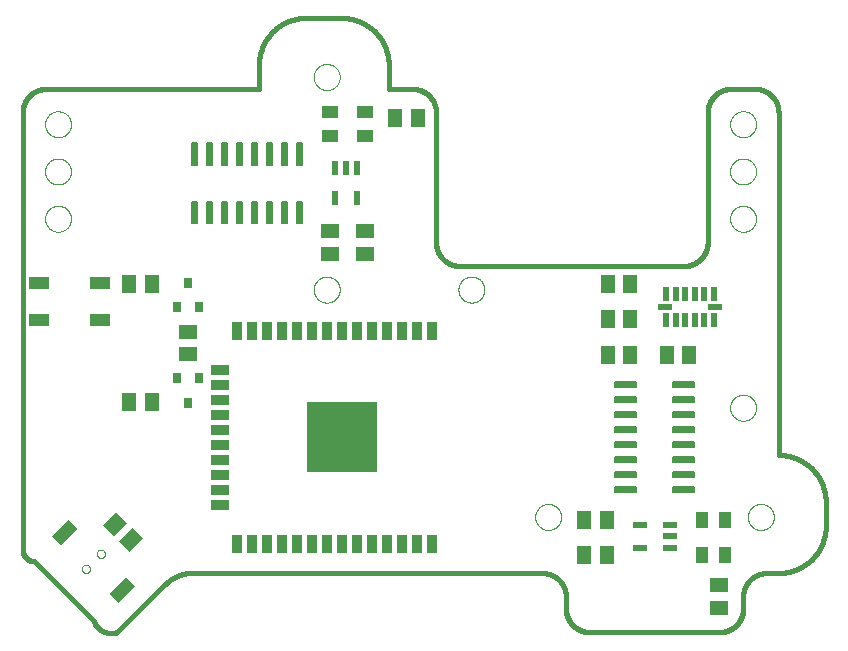
<source format=gtp>
G75*
%MOIN*%
%OFA0B0*%
%FSLAX25Y25*%
%IPPOS*%
%LPD*%
%AMOC8*
5,1,8,0,0,1.08239X$1,22.5*
%
%ADD10C,0.01600*%
%ADD11C,0.00000*%
%ADD12R,0.03543X0.05906*%
%ADD13R,0.05906X0.03543*%
%ADD14R,0.23622X0.23622*%
%ADD15R,0.05118X0.06299*%
%ADD16R,0.06500X0.03937*%
%ADD17R,0.01969X0.04724*%
%ADD18R,0.04724X0.01969*%
%ADD19C,0.00591*%
%ADD20R,0.04331X0.05512*%
%ADD21R,0.05512X0.04331*%
%ADD22R,0.04724X0.02165*%
%ADD23R,0.06299X0.05118*%
%ADD24R,0.02165X0.04724*%
%ADD25R,0.03150X0.03543*%
%ADD26R,0.07874X0.04331*%
D10*
X0055902Y0050272D02*
X0036217Y0069957D01*
X0036093Y0069959D01*
X0035970Y0069965D01*
X0035846Y0069974D01*
X0035724Y0069988D01*
X0035601Y0070005D01*
X0035479Y0070027D01*
X0035358Y0070052D01*
X0035238Y0070081D01*
X0035119Y0070113D01*
X0035000Y0070150D01*
X0034883Y0070190D01*
X0034768Y0070233D01*
X0034653Y0070281D01*
X0034541Y0070332D01*
X0034430Y0070386D01*
X0034320Y0070444D01*
X0034213Y0070505D01*
X0034107Y0070570D01*
X0034004Y0070638D01*
X0033903Y0070709D01*
X0033804Y0070783D01*
X0033707Y0070860D01*
X0033613Y0070941D01*
X0033522Y0071024D01*
X0033433Y0071110D01*
X0033347Y0071199D01*
X0033264Y0071290D01*
X0033183Y0071384D01*
X0033106Y0071481D01*
X0033032Y0071580D01*
X0032961Y0071681D01*
X0032893Y0071784D01*
X0032828Y0071890D01*
X0032767Y0071997D01*
X0032709Y0072107D01*
X0032655Y0072218D01*
X0032604Y0072330D01*
X0032556Y0072445D01*
X0032513Y0072560D01*
X0032473Y0072677D01*
X0032436Y0072796D01*
X0032404Y0072915D01*
X0032375Y0073035D01*
X0032350Y0073156D01*
X0032328Y0073278D01*
X0032311Y0073401D01*
X0032297Y0073523D01*
X0032288Y0073647D01*
X0032282Y0073770D01*
X0032280Y0073894D01*
X0032280Y0219563D01*
X0032282Y0219753D01*
X0032289Y0219943D01*
X0032301Y0220133D01*
X0032317Y0220323D01*
X0032337Y0220512D01*
X0032363Y0220701D01*
X0032392Y0220889D01*
X0032427Y0221076D01*
X0032466Y0221262D01*
X0032509Y0221447D01*
X0032557Y0221632D01*
X0032609Y0221815D01*
X0032665Y0221996D01*
X0032726Y0222176D01*
X0032792Y0222355D01*
X0032861Y0222532D01*
X0032935Y0222708D01*
X0033013Y0222881D01*
X0033096Y0223053D01*
X0033182Y0223222D01*
X0033272Y0223390D01*
X0033367Y0223555D01*
X0033465Y0223718D01*
X0033568Y0223878D01*
X0033674Y0224036D01*
X0033784Y0224191D01*
X0033897Y0224344D01*
X0034015Y0224494D01*
X0034136Y0224640D01*
X0034260Y0224784D01*
X0034388Y0224925D01*
X0034519Y0225063D01*
X0034654Y0225198D01*
X0034792Y0225329D01*
X0034933Y0225457D01*
X0035077Y0225581D01*
X0035223Y0225702D01*
X0035373Y0225820D01*
X0035526Y0225933D01*
X0035681Y0226043D01*
X0035839Y0226149D01*
X0035999Y0226252D01*
X0036162Y0226350D01*
X0036327Y0226445D01*
X0036495Y0226535D01*
X0036664Y0226621D01*
X0036836Y0226704D01*
X0037009Y0226782D01*
X0037185Y0226856D01*
X0037362Y0226925D01*
X0037541Y0226991D01*
X0037721Y0227052D01*
X0037902Y0227108D01*
X0038085Y0227160D01*
X0038270Y0227208D01*
X0038455Y0227251D01*
X0038641Y0227290D01*
X0038828Y0227325D01*
X0039016Y0227354D01*
X0039205Y0227380D01*
X0039394Y0227400D01*
X0039584Y0227416D01*
X0039774Y0227428D01*
X0039964Y0227435D01*
X0040154Y0227437D01*
X0111020Y0227437D01*
X0111020Y0235311D01*
X0111025Y0235692D01*
X0111038Y0236072D01*
X0111061Y0236452D01*
X0111094Y0236831D01*
X0111135Y0237209D01*
X0111185Y0237586D01*
X0111245Y0237962D01*
X0111313Y0238337D01*
X0111391Y0238709D01*
X0111478Y0239080D01*
X0111573Y0239448D01*
X0111678Y0239814D01*
X0111791Y0240177D01*
X0111913Y0240538D01*
X0112043Y0240895D01*
X0112183Y0241249D01*
X0112330Y0241600D01*
X0112487Y0241947D01*
X0112651Y0242290D01*
X0112824Y0242629D01*
X0113005Y0242964D01*
X0113194Y0243295D01*
X0113391Y0243620D01*
X0113595Y0243941D01*
X0113808Y0244257D01*
X0114028Y0244567D01*
X0114255Y0244873D01*
X0114490Y0245172D01*
X0114732Y0245466D01*
X0114980Y0245754D01*
X0115236Y0246036D01*
X0115499Y0246311D01*
X0115768Y0246580D01*
X0116043Y0246843D01*
X0116325Y0247099D01*
X0116613Y0247347D01*
X0116907Y0247589D01*
X0117206Y0247824D01*
X0117512Y0248051D01*
X0117822Y0248271D01*
X0118138Y0248484D01*
X0118459Y0248688D01*
X0118784Y0248885D01*
X0119115Y0249074D01*
X0119450Y0249255D01*
X0119789Y0249428D01*
X0120132Y0249592D01*
X0120479Y0249749D01*
X0120830Y0249896D01*
X0121184Y0250036D01*
X0121541Y0250166D01*
X0121902Y0250288D01*
X0122265Y0250401D01*
X0122631Y0250506D01*
X0122999Y0250601D01*
X0123370Y0250688D01*
X0123742Y0250766D01*
X0124117Y0250834D01*
X0124493Y0250894D01*
X0124870Y0250944D01*
X0125248Y0250985D01*
X0125627Y0251018D01*
X0126007Y0251041D01*
X0126387Y0251054D01*
X0126768Y0251059D01*
X0138579Y0251059D01*
X0138960Y0251054D01*
X0139340Y0251041D01*
X0139720Y0251018D01*
X0140099Y0250985D01*
X0140477Y0250944D01*
X0140854Y0250894D01*
X0141230Y0250834D01*
X0141605Y0250766D01*
X0141977Y0250688D01*
X0142348Y0250601D01*
X0142716Y0250506D01*
X0143082Y0250401D01*
X0143445Y0250288D01*
X0143806Y0250166D01*
X0144163Y0250036D01*
X0144517Y0249896D01*
X0144868Y0249749D01*
X0145215Y0249592D01*
X0145558Y0249428D01*
X0145897Y0249255D01*
X0146232Y0249074D01*
X0146563Y0248885D01*
X0146888Y0248688D01*
X0147209Y0248484D01*
X0147525Y0248271D01*
X0147835Y0248051D01*
X0148141Y0247824D01*
X0148440Y0247589D01*
X0148734Y0247347D01*
X0149022Y0247099D01*
X0149304Y0246843D01*
X0149579Y0246580D01*
X0149848Y0246311D01*
X0150111Y0246036D01*
X0150367Y0245754D01*
X0150615Y0245466D01*
X0150857Y0245172D01*
X0151092Y0244873D01*
X0151319Y0244567D01*
X0151539Y0244257D01*
X0151752Y0243941D01*
X0151956Y0243620D01*
X0152153Y0243295D01*
X0152342Y0242964D01*
X0152523Y0242629D01*
X0152696Y0242290D01*
X0152860Y0241947D01*
X0153017Y0241600D01*
X0153164Y0241249D01*
X0153304Y0240895D01*
X0153434Y0240538D01*
X0153556Y0240177D01*
X0153669Y0239814D01*
X0153774Y0239448D01*
X0153869Y0239080D01*
X0153956Y0238709D01*
X0154034Y0238337D01*
X0154102Y0237962D01*
X0154162Y0237586D01*
X0154212Y0237209D01*
X0154253Y0236831D01*
X0154286Y0236452D01*
X0154309Y0236072D01*
X0154322Y0235692D01*
X0154327Y0235311D01*
X0154327Y0227437D01*
X0162201Y0227437D01*
X0162391Y0227435D01*
X0162581Y0227428D01*
X0162771Y0227416D01*
X0162961Y0227400D01*
X0163150Y0227380D01*
X0163339Y0227354D01*
X0163527Y0227325D01*
X0163714Y0227290D01*
X0163900Y0227251D01*
X0164085Y0227208D01*
X0164270Y0227160D01*
X0164453Y0227108D01*
X0164634Y0227052D01*
X0164814Y0226991D01*
X0164993Y0226925D01*
X0165170Y0226856D01*
X0165346Y0226782D01*
X0165519Y0226704D01*
X0165691Y0226621D01*
X0165860Y0226535D01*
X0166028Y0226445D01*
X0166193Y0226350D01*
X0166356Y0226252D01*
X0166516Y0226149D01*
X0166674Y0226043D01*
X0166829Y0225933D01*
X0166982Y0225820D01*
X0167132Y0225702D01*
X0167278Y0225581D01*
X0167422Y0225457D01*
X0167563Y0225329D01*
X0167701Y0225198D01*
X0167836Y0225063D01*
X0167967Y0224925D01*
X0168095Y0224784D01*
X0168219Y0224640D01*
X0168340Y0224494D01*
X0168458Y0224344D01*
X0168571Y0224191D01*
X0168681Y0224036D01*
X0168787Y0223878D01*
X0168890Y0223718D01*
X0168988Y0223555D01*
X0169083Y0223390D01*
X0169173Y0223222D01*
X0169259Y0223053D01*
X0169342Y0222881D01*
X0169420Y0222708D01*
X0169494Y0222532D01*
X0169563Y0222355D01*
X0169629Y0222176D01*
X0169690Y0221996D01*
X0169746Y0221815D01*
X0169798Y0221632D01*
X0169846Y0221447D01*
X0169889Y0221262D01*
X0169928Y0221076D01*
X0169963Y0220889D01*
X0169992Y0220701D01*
X0170018Y0220512D01*
X0170038Y0220323D01*
X0170054Y0220133D01*
X0170066Y0219943D01*
X0170073Y0219753D01*
X0170075Y0219563D01*
X0170075Y0176256D01*
X0170077Y0176066D01*
X0170084Y0175876D01*
X0170096Y0175686D01*
X0170112Y0175496D01*
X0170132Y0175307D01*
X0170158Y0175118D01*
X0170187Y0174930D01*
X0170222Y0174743D01*
X0170261Y0174557D01*
X0170304Y0174372D01*
X0170352Y0174187D01*
X0170404Y0174004D01*
X0170460Y0173823D01*
X0170521Y0173643D01*
X0170587Y0173464D01*
X0170656Y0173287D01*
X0170730Y0173111D01*
X0170808Y0172938D01*
X0170891Y0172766D01*
X0170977Y0172597D01*
X0171067Y0172429D01*
X0171162Y0172264D01*
X0171260Y0172101D01*
X0171363Y0171941D01*
X0171469Y0171783D01*
X0171579Y0171628D01*
X0171692Y0171475D01*
X0171810Y0171325D01*
X0171931Y0171179D01*
X0172055Y0171035D01*
X0172183Y0170894D01*
X0172314Y0170756D01*
X0172449Y0170621D01*
X0172587Y0170490D01*
X0172728Y0170362D01*
X0172872Y0170238D01*
X0173018Y0170117D01*
X0173168Y0169999D01*
X0173321Y0169886D01*
X0173476Y0169776D01*
X0173634Y0169670D01*
X0173794Y0169567D01*
X0173957Y0169469D01*
X0174122Y0169374D01*
X0174290Y0169284D01*
X0174459Y0169198D01*
X0174631Y0169115D01*
X0174804Y0169037D01*
X0174980Y0168963D01*
X0175157Y0168894D01*
X0175336Y0168828D01*
X0175516Y0168767D01*
X0175697Y0168711D01*
X0175880Y0168659D01*
X0176065Y0168611D01*
X0176250Y0168568D01*
X0176436Y0168529D01*
X0176623Y0168494D01*
X0176811Y0168465D01*
X0177000Y0168439D01*
X0177189Y0168419D01*
X0177379Y0168403D01*
X0177569Y0168391D01*
X0177759Y0168384D01*
X0177949Y0168382D01*
X0252753Y0168382D01*
X0252943Y0168384D01*
X0253133Y0168391D01*
X0253323Y0168403D01*
X0253513Y0168419D01*
X0253702Y0168439D01*
X0253891Y0168465D01*
X0254079Y0168494D01*
X0254266Y0168529D01*
X0254452Y0168568D01*
X0254637Y0168611D01*
X0254822Y0168659D01*
X0255005Y0168711D01*
X0255186Y0168767D01*
X0255366Y0168828D01*
X0255545Y0168894D01*
X0255722Y0168963D01*
X0255898Y0169037D01*
X0256071Y0169115D01*
X0256243Y0169198D01*
X0256412Y0169284D01*
X0256580Y0169374D01*
X0256745Y0169469D01*
X0256908Y0169567D01*
X0257068Y0169670D01*
X0257226Y0169776D01*
X0257381Y0169886D01*
X0257534Y0169999D01*
X0257684Y0170117D01*
X0257830Y0170238D01*
X0257974Y0170362D01*
X0258115Y0170490D01*
X0258253Y0170621D01*
X0258388Y0170756D01*
X0258519Y0170894D01*
X0258647Y0171035D01*
X0258771Y0171179D01*
X0258892Y0171325D01*
X0259010Y0171475D01*
X0259123Y0171628D01*
X0259233Y0171783D01*
X0259339Y0171941D01*
X0259442Y0172101D01*
X0259540Y0172264D01*
X0259635Y0172429D01*
X0259725Y0172597D01*
X0259811Y0172766D01*
X0259894Y0172938D01*
X0259972Y0173111D01*
X0260046Y0173287D01*
X0260115Y0173464D01*
X0260181Y0173643D01*
X0260242Y0173823D01*
X0260298Y0174004D01*
X0260350Y0174187D01*
X0260398Y0174372D01*
X0260441Y0174557D01*
X0260480Y0174743D01*
X0260515Y0174930D01*
X0260544Y0175118D01*
X0260570Y0175307D01*
X0260590Y0175496D01*
X0260606Y0175686D01*
X0260618Y0175876D01*
X0260625Y0176066D01*
X0260627Y0176256D01*
X0260627Y0219563D01*
X0260629Y0219753D01*
X0260636Y0219943D01*
X0260648Y0220133D01*
X0260664Y0220323D01*
X0260684Y0220512D01*
X0260710Y0220701D01*
X0260739Y0220889D01*
X0260774Y0221076D01*
X0260813Y0221262D01*
X0260856Y0221447D01*
X0260904Y0221632D01*
X0260956Y0221815D01*
X0261012Y0221996D01*
X0261073Y0222176D01*
X0261139Y0222355D01*
X0261208Y0222532D01*
X0261282Y0222708D01*
X0261360Y0222881D01*
X0261443Y0223053D01*
X0261529Y0223222D01*
X0261619Y0223390D01*
X0261714Y0223555D01*
X0261812Y0223718D01*
X0261915Y0223878D01*
X0262021Y0224036D01*
X0262131Y0224191D01*
X0262244Y0224344D01*
X0262362Y0224494D01*
X0262483Y0224640D01*
X0262607Y0224784D01*
X0262735Y0224925D01*
X0262866Y0225063D01*
X0263001Y0225198D01*
X0263139Y0225329D01*
X0263280Y0225457D01*
X0263424Y0225581D01*
X0263570Y0225702D01*
X0263720Y0225820D01*
X0263873Y0225933D01*
X0264028Y0226043D01*
X0264186Y0226149D01*
X0264346Y0226252D01*
X0264509Y0226350D01*
X0264674Y0226445D01*
X0264842Y0226535D01*
X0265011Y0226621D01*
X0265183Y0226704D01*
X0265356Y0226782D01*
X0265532Y0226856D01*
X0265709Y0226925D01*
X0265888Y0226991D01*
X0266068Y0227052D01*
X0266249Y0227108D01*
X0266432Y0227160D01*
X0266617Y0227208D01*
X0266802Y0227251D01*
X0266988Y0227290D01*
X0267175Y0227325D01*
X0267363Y0227354D01*
X0267552Y0227380D01*
X0267741Y0227400D01*
X0267931Y0227416D01*
X0268121Y0227428D01*
X0268311Y0227435D01*
X0268501Y0227437D01*
X0276375Y0227437D01*
X0276565Y0227435D01*
X0276755Y0227428D01*
X0276945Y0227416D01*
X0277135Y0227400D01*
X0277324Y0227380D01*
X0277513Y0227354D01*
X0277701Y0227325D01*
X0277888Y0227290D01*
X0278074Y0227251D01*
X0278259Y0227208D01*
X0278444Y0227160D01*
X0278627Y0227108D01*
X0278808Y0227052D01*
X0278988Y0226991D01*
X0279167Y0226925D01*
X0279344Y0226856D01*
X0279520Y0226782D01*
X0279693Y0226704D01*
X0279865Y0226621D01*
X0280034Y0226535D01*
X0280202Y0226445D01*
X0280367Y0226350D01*
X0280530Y0226252D01*
X0280690Y0226149D01*
X0280848Y0226043D01*
X0281003Y0225933D01*
X0281156Y0225820D01*
X0281306Y0225702D01*
X0281452Y0225581D01*
X0281596Y0225457D01*
X0281737Y0225329D01*
X0281875Y0225198D01*
X0282010Y0225063D01*
X0282141Y0224925D01*
X0282269Y0224784D01*
X0282393Y0224640D01*
X0282514Y0224494D01*
X0282632Y0224344D01*
X0282745Y0224191D01*
X0282855Y0224036D01*
X0282961Y0223878D01*
X0283064Y0223718D01*
X0283162Y0223555D01*
X0283257Y0223390D01*
X0283347Y0223222D01*
X0283433Y0223053D01*
X0283516Y0222881D01*
X0283594Y0222708D01*
X0283668Y0222532D01*
X0283737Y0222355D01*
X0283803Y0222176D01*
X0283864Y0221996D01*
X0283920Y0221815D01*
X0283972Y0221632D01*
X0284020Y0221447D01*
X0284063Y0221262D01*
X0284102Y0221076D01*
X0284137Y0220889D01*
X0284166Y0220701D01*
X0284192Y0220512D01*
X0284212Y0220323D01*
X0284228Y0220133D01*
X0284240Y0219943D01*
X0284247Y0219753D01*
X0284249Y0219563D01*
X0284249Y0105390D01*
X0284630Y0105385D01*
X0285010Y0105372D01*
X0285390Y0105349D01*
X0285769Y0105316D01*
X0286147Y0105275D01*
X0286524Y0105225D01*
X0286900Y0105165D01*
X0287275Y0105097D01*
X0287647Y0105019D01*
X0288018Y0104932D01*
X0288386Y0104837D01*
X0288752Y0104732D01*
X0289115Y0104619D01*
X0289476Y0104497D01*
X0289833Y0104367D01*
X0290187Y0104227D01*
X0290538Y0104080D01*
X0290885Y0103923D01*
X0291228Y0103759D01*
X0291567Y0103586D01*
X0291902Y0103405D01*
X0292233Y0103216D01*
X0292558Y0103019D01*
X0292879Y0102815D01*
X0293195Y0102602D01*
X0293505Y0102382D01*
X0293811Y0102155D01*
X0294110Y0101920D01*
X0294404Y0101678D01*
X0294692Y0101430D01*
X0294974Y0101174D01*
X0295249Y0100911D01*
X0295518Y0100642D01*
X0295781Y0100367D01*
X0296037Y0100085D01*
X0296285Y0099797D01*
X0296527Y0099503D01*
X0296762Y0099204D01*
X0296989Y0098898D01*
X0297209Y0098588D01*
X0297422Y0098272D01*
X0297626Y0097951D01*
X0297823Y0097626D01*
X0298012Y0097295D01*
X0298193Y0096960D01*
X0298366Y0096621D01*
X0298530Y0096278D01*
X0298687Y0095931D01*
X0298834Y0095580D01*
X0298974Y0095226D01*
X0299104Y0094869D01*
X0299226Y0094508D01*
X0299339Y0094145D01*
X0299444Y0093779D01*
X0299539Y0093411D01*
X0299626Y0093040D01*
X0299704Y0092668D01*
X0299772Y0092293D01*
X0299832Y0091917D01*
X0299882Y0091540D01*
X0299923Y0091162D01*
X0299956Y0090783D01*
X0299979Y0090403D01*
X0299992Y0090023D01*
X0299997Y0089642D01*
X0299997Y0081768D01*
X0299992Y0081387D01*
X0299979Y0081007D01*
X0299956Y0080627D01*
X0299923Y0080248D01*
X0299882Y0079870D01*
X0299832Y0079493D01*
X0299772Y0079117D01*
X0299704Y0078742D01*
X0299626Y0078370D01*
X0299539Y0077999D01*
X0299444Y0077631D01*
X0299339Y0077265D01*
X0299226Y0076902D01*
X0299104Y0076541D01*
X0298974Y0076184D01*
X0298834Y0075830D01*
X0298687Y0075479D01*
X0298530Y0075132D01*
X0298366Y0074789D01*
X0298193Y0074450D01*
X0298012Y0074115D01*
X0297823Y0073784D01*
X0297626Y0073459D01*
X0297422Y0073138D01*
X0297209Y0072822D01*
X0296989Y0072512D01*
X0296762Y0072206D01*
X0296527Y0071907D01*
X0296285Y0071613D01*
X0296037Y0071325D01*
X0295781Y0071043D01*
X0295518Y0070768D01*
X0295249Y0070499D01*
X0294974Y0070236D01*
X0294692Y0069980D01*
X0294404Y0069732D01*
X0294110Y0069490D01*
X0293811Y0069255D01*
X0293505Y0069028D01*
X0293195Y0068808D01*
X0292879Y0068595D01*
X0292558Y0068391D01*
X0292233Y0068194D01*
X0291902Y0068005D01*
X0291567Y0067824D01*
X0291228Y0067651D01*
X0290885Y0067487D01*
X0290538Y0067330D01*
X0290187Y0067183D01*
X0289833Y0067043D01*
X0289476Y0066913D01*
X0289115Y0066791D01*
X0288752Y0066678D01*
X0288386Y0066573D01*
X0288018Y0066478D01*
X0287647Y0066391D01*
X0287275Y0066313D01*
X0286900Y0066245D01*
X0286524Y0066185D01*
X0286147Y0066135D01*
X0285769Y0066094D01*
X0285390Y0066061D01*
X0285010Y0066038D01*
X0284630Y0066025D01*
X0284249Y0066020D01*
X0280312Y0066020D01*
X0280122Y0066018D01*
X0279932Y0066011D01*
X0279742Y0065999D01*
X0279552Y0065983D01*
X0279363Y0065963D01*
X0279174Y0065937D01*
X0278986Y0065908D01*
X0278799Y0065873D01*
X0278613Y0065834D01*
X0278428Y0065791D01*
X0278243Y0065743D01*
X0278060Y0065691D01*
X0277879Y0065635D01*
X0277699Y0065574D01*
X0277520Y0065508D01*
X0277343Y0065439D01*
X0277167Y0065365D01*
X0276994Y0065287D01*
X0276822Y0065204D01*
X0276653Y0065118D01*
X0276485Y0065028D01*
X0276320Y0064933D01*
X0276157Y0064835D01*
X0275997Y0064732D01*
X0275839Y0064626D01*
X0275684Y0064516D01*
X0275531Y0064403D01*
X0275381Y0064285D01*
X0275235Y0064164D01*
X0275091Y0064040D01*
X0274950Y0063912D01*
X0274812Y0063781D01*
X0274677Y0063646D01*
X0274546Y0063508D01*
X0274418Y0063367D01*
X0274294Y0063223D01*
X0274173Y0063077D01*
X0274055Y0062927D01*
X0273942Y0062774D01*
X0273832Y0062619D01*
X0273726Y0062461D01*
X0273623Y0062301D01*
X0273525Y0062138D01*
X0273430Y0061973D01*
X0273340Y0061805D01*
X0273254Y0061636D01*
X0273171Y0061464D01*
X0273093Y0061291D01*
X0273019Y0061115D01*
X0272950Y0060938D01*
X0272884Y0060759D01*
X0272823Y0060579D01*
X0272767Y0060398D01*
X0272715Y0060215D01*
X0272667Y0060030D01*
X0272624Y0059845D01*
X0272585Y0059659D01*
X0272550Y0059472D01*
X0272521Y0059284D01*
X0272495Y0059095D01*
X0272475Y0058906D01*
X0272459Y0058716D01*
X0272447Y0058526D01*
X0272440Y0058336D01*
X0272438Y0058146D01*
X0272438Y0054209D01*
X0272436Y0054019D01*
X0272429Y0053829D01*
X0272417Y0053639D01*
X0272401Y0053449D01*
X0272381Y0053260D01*
X0272355Y0053071D01*
X0272326Y0052883D01*
X0272291Y0052696D01*
X0272252Y0052510D01*
X0272209Y0052325D01*
X0272161Y0052140D01*
X0272109Y0051957D01*
X0272053Y0051776D01*
X0271992Y0051596D01*
X0271926Y0051417D01*
X0271857Y0051240D01*
X0271783Y0051064D01*
X0271705Y0050891D01*
X0271622Y0050719D01*
X0271536Y0050550D01*
X0271446Y0050382D01*
X0271351Y0050217D01*
X0271253Y0050054D01*
X0271150Y0049894D01*
X0271044Y0049736D01*
X0270934Y0049581D01*
X0270821Y0049428D01*
X0270703Y0049278D01*
X0270582Y0049132D01*
X0270458Y0048988D01*
X0270330Y0048847D01*
X0270199Y0048709D01*
X0270064Y0048574D01*
X0269926Y0048443D01*
X0269785Y0048315D01*
X0269641Y0048191D01*
X0269495Y0048070D01*
X0269345Y0047952D01*
X0269192Y0047839D01*
X0269037Y0047729D01*
X0268879Y0047623D01*
X0268719Y0047520D01*
X0268556Y0047422D01*
X0268391Y0047327D01*
X0268223Y0047237D01*
X0268054Y0047151D01*
X0267882Y0047068D01*
X0267709Y0046990D01*
X0267533Y0046916D01*
X0267356Y0046847D01*
X0267177Y0046781D01*
X0266997Y0046720D01*
X0266816Y0046664D01*
X0266633Y0046612D01*
X0266448Y0046564D01*
X0266263Y0046521D01*
X0266077Y0046482D01*
X0265890Y0046447D01*
X0265702Y0046418D01*
X0265513Y0046392D01*
X0265324Y0046372D01*
X0265134Y0046356D01*
X0264944Y0046344D01*
X0264754Y0046337D01*
X0264564Y0046335D01*
X0221257Y0046335D01*
X0221067Y0046337D01*
X0220877Y0046344D01*
X0220687Y0046356D01*
X0220497Y0046372D01*
X0220308Y0046392D01*
X0220119Y0046418D01*
X0219931Y0046447D01*
X0219744Y0046482D01*
X0219558Y0046521D01*
X0219373Y0046564D01*
X0219188Y0046612D01*
X0219005Y0046664D01*
X0218824Y0046720D01*
X0218644Y0046781D01*
X0218465Y0046847D01*
X0218288Y0046916D01*
X0218112Y0046990D01*
X0217939Y0047068D01*
X0217767Y0047151D01*
X0217598Y0047237D01*
X0217430Y0047327D01*
X0217265Y0047422D01*
X0217102Y0047520D01*
X0216942Y0047623D01*
X0216784Y0047729D01*
X0216629Y0047839D01*
X0216476Y0047952D01*
X0216326Y0048070D01*
X0216180Y0048191D01*
X0216036Y0048315D01*
X0215895Y0048443D01*
X0215757Y0048574D01*
X0215622Y0048709D01*
X0215491Y0048847D01*
X0215363Y0048988D01*
X0215239Y0049132D01*
X0215118Y0049278D01*
X0215000Y0049428D01*
X0214887Y0049581D01*
X0214777Y0049736D01*
X0214671Y0049894D01*
X0214568Y0050054D01*
X0214470Y0050217D01*
X0214375Y0050382D01*
X0214285Y0050550D01*
X0214199Y0050719D01*
X0214116Y0050891D01*
X0214038Y0051064D01*
X0213964Y0051240D01*
X0213895Y0051417D01*
X0213829Y0051596D01*
X0213768Y0051776D01*
X0213712Y0051957D01*
X0213660Y0052140D01*
X0213612Y0052325D01*
X0213569Y0052510D01*
X0213530Y0052696D01*
X0213495Y0052883D01*
X0213466Y0053071D01*
X0213440Y0053260D01*
X0213420Y0053449D01*
X0213404Y0053639D01*
X0213392Y0053829D01*
X0213385Y0054019D01*
X0213383Y0054209D01*
X0213383Y0058146D01*
X0213381Y0058336D01*
X0213374Y0058526D01*
X0213362Y0058716D01*
X0213346Y0058906D01*
X0213326Y0059095D01*
X0213300Y0059284D01*
X0213271Y0059472D01*
X0213236Y0059659D01*
X0213197Y0059845D01*
X0213154Y0060030D01*
X0213106Y0060215D01*
X0213054Y0060398D01*
X0212998Y0060579D01*
X0212937Y0060759D01*
X0212871Y0060938D01*
X0212802Y0061115D01*
X0212728Y0061291D01*
X0212650Y0061464D01*
X0212567Y0061636D01*
X0212481Y0061805D01*
X0212391Y0061973D01*
X0212296Y0062138D01*
X0212198Y0062301D01*
X0212095Y0062461D01*
X0211989Y0062619D01*
X0211879Y0062774D01*
X0211766Y0062927D01*
X0211648Y0063077D01*
X0211527Y0063223D01*
X0211403Y0063367D01*
X0211275Y0063508D01*
X0211144Y0063646D01*
X0211009Y0063781D01*
X0210871Y0063912D01*
X0210730Y0064040D01*
X0210586Y0064164D01*
X0210440Y0064285D01*
X0210290Y0064403D01*
X0210137Y0064516D01*
X0209982Y0064626D01*
X0209824Y0064732D01*
X0209664Y0064835D01*
X0209501Y0064933D01*
X0209336Y0065028D01*
X0209168Y0065118D01*
X0208999Y0065204D01*
X0208827Y0065287D01*
X0208654Y0065365D01*
X0208478Y0065439D01*
X0208301Y0065508D01*
X0208122Y0065574D01*
X0207942Y0065635D01*
X0207761Y0065691D01*
X0207578Y0065743D01*
X0207393Y0065791D01*
X0207208Y0065834D01*
X0207022Y0065873D01*
X0206835Y0065908D01*
X0206647Y0065937D01*
X0206458Y0065963D01*
X0206269Y0065983D01*
X0206079Y0065999D01*
X0205889Y0066011D01*
X0205699Y0066018D01*
X0205509Y0066020D01*
X0087398Y0066020D01*
X0079524Y0062083D02*
X0063776Y0046335D01*
X0063777Y0046334D02*
X0063629Y0046287D01*
X0063480Y0046244D01*
X0063330Y0046204D01*
X0063179Y0046168D01*
X0063027Y0046136D01*
X0062874Y0046107D01*
X0062721Y0046082D01*
X0062567Y0046061D01*
X0062413Y0046044D01*
X0062258Y0046031D01*
X0062103Y0046022D01*
X0061948Y0046017D01*
X0061793Y0046015D01*
X0061638Y0046017D01*
X0061483Y0046023D01*
X0061328Y0046034D01*
X0061173Y0046047D01*
X0061019Y0046065D01*
X0060866Y0046087D01*
X0060712Y0046112D01*
X0060560Y0046141D01*
X0060408Y0046174D01*
X0060258Y0046211D01*
X0060108Y0046252D01*
X0059959Y0046296D01*
X0059811Y0046344D01*
X0059665Y0046396D01*
X0059520Y0046451D01*
X0059376Y0046510D01*
X0059234Y0046572D01*
X0059094Y0046638D01*
X0058955Y0046707D01*
X0058818Y0046780D01*
X0058683Y0046856D01*
X0058549Y0046936D01*
X0058418Y0047019D01*
X0058289Y0047105D01*
X0058162Y0047194D01*
X0058038Y0047287D01*
X0057915Y0047382D01*
X0057795Y0047481D01*
X0057678Y0047582D01*
X0057563Y0047687D01*
X0057451Y0047794D01*
X0057341Y0047904D01*
X0057235Y0048017D01*
X0057131Y0048132D01*
X0057030Y0048250D01*
X0056932Y0048370D01*
X0056837Y0048493D01*
X0056745Y0048618D01*
X0056656Y0048746D01*
X0056571Y0048875D01*
X0056489Y0049007D01*
X0056410Y0049140D01*
X0056334Y0049276D01*
X0056262Y0049413D01*
X0056193Y0049552D01*
X0056128Y0049693D01*
X0056066Y0049836D01*
X0056008Y0049980D01*
X0055953Y0050125D01*
X0055902Y0050271D01*
X0079525Y0062082D02*
X0079762Y0062314D01*
X0080005Y0062540D01*
X0080253Y0062760D01*
X0080506Y0062974D01*
X0080765Y0063183D01*
X0081028Y0063384D01*
X0081296Y0063580D01*
X0081568Y0063769D01*
X0081845Y0063952D01*
X0082127Y0064128D01*
X0082412Y0064297D01*
X0082701Y0064459D01*
X0082994Y0064614D01*
X0083291Y0064763D01*
X0083591Y0064904D01*
X0083895Y0065038D01*
X0084201Y0065165D01*
X0084511Y0065284D01*
X0084823Y0065396D01*
X0085138Y0065501D01*
X0085455Y0065598D01*
X0085774Y0065687D01*
X0086096Y0065769D01*
X0086419Y0065843D01*
X0086744Y0065910D01*
X0087071Y0065968D01*
X0087399Y0066019D01*
D11*
X0057030Y0072462D02*
X0057032Y0072536D01*
X0057038Y0072610D01*
X0057048Y0072683D01*
X0057062Y0072756D01*
X0057079Y0072828D01*
X0057101Y0072898D01*
X0057126Y0072968D01*
X0057155Y0073036D01*
X0057188Y0073102D01*
X0057224Y0073167D01*
X0057264Y0073229D01*
X0057306Y0073290D01*
X0057352Y0073348D01*
X0057401Y0073403D01*
X0057453Y0073456D01*
X0057508Y0073506D01*
X0057565Y0073552D01*
X0057625Y0073596D01*
X0057687Y0073636D01*
X0057751Y0073673D01*
X0057817Y0073707D01*
X0057885Y0073737D01*
X0057954Y0073763D01*
X0058025Y0073786D01*
X0058096Y0073804D01*
X0058169Y0073819D01*
X0058242Y0073830D01*
X0058316Y0073837D01*
X0058390Y0073840D01*
X0058463Y0073839D01*
X0058537Y0073834D01*
X0058611Y0073825D01*
X0058684Y0073812D01*
X0058756Y0073795D01*
X0058827Y0073775D01*
X0058897Y0073750D01*
X0058965Y0073722D01*
X0059032Y0073691D01*
X0059097Y0073655D01*
X0059160Y0073617D01*
X0059221Y0073575D01*
X0059280Y0073529D01*
X0059336Y0073481D01*
X0059389Y0073430D01*
X0059439Y0073376D01*
X0059487Y0073319D01*
X0059531Y0073260D01*
X0059573Y0073198D01*
X0059611Y0073135D01*
X0059645Y0073069D01*
X0059676Y0073002D01*
X0059703Y0072933D01*
X0059726Y0072863D01*
X0059746Y0072792D01*
X0059762Y0072719D01*
X0059774Y0072646D01*
X0059782Y0072573D01*
X0059786Y0072499D01*
X0059786Y0072425D01*
X0059782Y0072351D01*
X0059774Y0072278D01*
X0059762Y0072205D01*
X0059746Y0072132D01*
X0059726Y0072061D01*
X0059703Y0071991D01*
X0059676Y0071922D01*
X0059645Y0071855D01*
X0059611Y0071789D01*
X0059573Y0071726D01*
X0059531Y0071664D01*
X0059487Y0071605D01*
X0059439Y0071548D01*
X0059389Y0071494D01*
X0059336Y0071443D01*
X0059280Y0071395D01*
X0059221Y0071349D01*
X0059160Y0071307D01*
X0059097Y0071269D01*
X0059032Y0071233D01*
X0058965Y0071202D01*
X0058897Y0071174D01*
X0058827Y0071149D01*
X0058756Y0071129D01*
X0058684Y0071112D01*
X0058611Y0071099D01*
X0058537Y0071090D01*
X0058463Y0071085D01*
X0058390Y0071084D01*
X0058316Y0071087D01*
X0058242Y0071094D01*
X0058169Y0071105D01*
X0058096Y0071120D01*
X0058025Y0071138D01*
X0057954Y0071161D01*
X0057885Y0071187D01*
X0057817Y0071217D01*
X0057751Y0071251D01*
X0057687Y0071288D01*
X0057625Y0071328D01*
X0057565Y0071372D01*
X0057508Y0071418D01*
X0057453Y0071468D01*
X0057401Y0071521D01*
X0057352Y0071576D01*
X0057306Y0071634D01*
X0057264Y0071695D01*
X0057224Y0071757D01*
X0057188Y0071822D01*
X0057155Y0071888D01*
X0057126Y0071956D01*
X0057101Y0072026D01*
X0057079Y0072096D01*
X0057062Y0072168D01*
X0057048Y0072241D01*
X0057038Y0072314D01*
X0057032Y0072388D01*
X0057030Y0072462D01*
X0052019Y0067451D02*
X0052021Y0067525D01*
X0052027Y0067599D01*
X0052037Y0067672D01*
X0052051Y0067745D01*
X0052068Y0067817D01*
X0052090Y0067887D01*
X0052115Y0067957D01*
X0052144Y0068025D01*
X0052177Y0068091D01*
X0052213Y0068156D01*
X0052253Y0068218D01*
X0052295Y0068279D01*
X0052341Y0068337D01*
X0052390Y0068392D01*
X0052442Y0068445D01*
X0052497Y0068495D01*
X0052554Y0068541D01*
X0052614Y0068585D01*
X0052676Y0068625D01*
X0052740Y0068662D01*
X0052806Y0068696D01*
X0052874Y0068726D01*
X0052943Y0068752D01*
X0053014Y0068775D01*
X0053085Y0068793D01*
X0053158Y0068808D01*
X0053231Y0068819D01*
X0053305Y0068826D01*
X0053379Y0068829D01*
X0053452Y0068828D01*
X0053526Y0068823D01*
X0053600Y0068814D01*
X0053673Y0068801D01*
X0053745Y0068784D01*
X0053816Y0068764D01*
X0053886Y0068739D01*
X0053954Y0068711D01*
X0054021Y0068680D01*
X0054086Y0068644D01*
X0054149Y0068606D01*
X0054210Y0068564D01*
X0054269Y0068518D01*
X0054325Y0068470D01*
X0054378Y0068419D01*
X0054428Y0068365D01*
X0054476Y0068308D01*
X0054520Y0068249D01*
X0054562Y0068187D01*
X0054600Y0068124D01*
X0054634Y0068058D01*
X0054665Y0067991D01*
X0054692Y0067922D01*
X0054715Y0067852D01*
X0054735Y0067781D01*
X0054751Y0067708D01*
X0054763Y0067635D01*
X0054771Y0067562D01*
X0054775Y0067488D01*
X0054775Y0067414D01*
X0054771Y0067340D01*
X0054763Y0067267D01*
X0054751Y0067194D01*
X0054735Y0067121D01*
X0054715Y0067050D01*
X0054692Y0066980D01*
X0054665Y0066911D01*
X0054634Y0066844D01*
X0054600Y0066778D01*
X0054562Y0066715D01*
X0054520Y0066653D01*
X0054476Y0066594D01*
X0054428Y0066537D01*
X0054378Y0066483D01*
X0054325Y0066432D01*
X0054269Y0066384D01*
X0054210Y0066338D01*
X0054149Y0066296D01*
X0054086Y0066258D01*
X0054021Y0066222D01*
X0053954Y0066191D01*
X0053886Y0066163D01*
X0053816Y0066138D01*
X0053745Y0066118D01*
X0053673Y0066101D01*
X0053600Y0066088D01*
X0053526Y0066079D01*
X0053452Y0066074D01*
X0053379Y0066073D01*
X0053305Y0066076D01*
X0053231Y0066083D01*
X0053158Y0066094D01*
X0053085Y0066109D01*
X0053014Y0066127D01*
X0052943Y0066150D01*
X0052874Y0066176D01*
X0052806Y0066206D01*
X0052740Y0066240D01*
X0052676Y0066277D01*
X0052614Y0066317D01*
X0052554Y0066361D01*
X0052497Y0066407D01*
X0052442Y0066457D01*
X0052390Y0066510D01*
X0052341Y0066565D01*
X0052295Y0066623D01*
X0052253Y0066684D01*
X0052213Y0066746D01*
X0052177Y0066811D01*
X0052144Y0066877D01*
X0052115Y0066945D01*
X0052090Y0067015D01*
X0052068Y0067085D01*
X0052051Y0067157D01*
X0052037Y0067230D01*
X0052027Y0067303D01*
X0052021Y0067377D01*
X0052019Y0067451D01*
X0129327Y0160508D02*
X0129329Y0160639D01*
X0129335Y0160771D01*
X0129345Y0160902D01*
X0129359Y0161033D01*
X0129377Y0161163D01*
X0129399Y0161292D01*
X0129424Y0161421D01*
X0129454Y0161549D01*
X0129488Y0161676D01*
X0129525Y0161803D01*
X0129566Y0161927D01*
X0129611Y0162051D01*
X0129660Y0162173D01*
X0129712Y0162294D01*
X0129768Y0162412D01*
X0129828Y0162530D01*
X0129891Y0162645D01*
X0129958Y0162758D01*
X0130028Y0162870D01*
X0130101Y0162979D01*
X0130177Y0163085D01*
X0130257Y0163190D01*
X0130340Y0163292D01*
X0130426Y0163391D01*
X0130515Y0163488D01*
X0130607Y0163582D01*
X0130702Y0163673D01*
X0130799Y0163762D01*
X0130899Y0163847D01*
X0131002Y0163929D01*
X0131107Y0164008D01*
X0131214Y0164084D01*
X0131324Y0164156D01*
X0131436Y0164225D01*
X0131550Y0164291D01*
X0131665Y0164353D01*
X0131783Y0164412D01*
X0131902Y0164467D01*
X0132023Y0164519D01*
X0132146Y0164566D01*
X0132270Y0164610D01*
X0132395Y0164651D01*
X0132521Y0164687D01*
X0132649Y0164720D01*
X0132777Y0164748D01*
X0132906Y0164773D01*
X0133036Y0164794D01*
X0133166Y0164811D01*
X0133297Y0164824D01*
X0133428Y0164833D01*
X0133559Y0164838D01*
X0133691Y0164839D01*
X0133822Y0164836D01*
X0133954Y0164829D01*
X0134085Y0164818D01*
X0134215Y0164803D01*
X0134345Y0164784D01*
X0134475Y0164761D01*
X0134603Y0164735D01*
X0134731Y0164704D01*
X0134858Y0164669D01*
X0134984Y0164631D01*
X0135108Y0164589D01*
X0135232Y0164543D01*
X0135353Y0164493D01*
X0135473Y0164440D01*
X0135592Y0164383D01*
X0135709Y0164323D01*
X0135823Y0164259D01*
X0135936Y0164191D01*
X0136047Y0164120D01*
X0136156Y0164046D01*
X0136262Y0163969D01*
X0136366Y0163888D01*
X0136467Y0163805D01*
X0136566Y0163718D01*
X0136662Y0163628D01*
X0136755Y0163535D01*
X0136846Y0163440D01*
X0136933Y0163342D01*
X0137018Y0163241D01*
X0137099Y0163138D01*
X0137177Y0163032D01*
X0137252Y0162924D01*
X0137324Y0162814D01*
X0137392Y0162702D01*
X0137457Y0162588D01*
X0137518Y0162471D01*
X0137576Y0162353D01*
X0137630Y0162233D01*
X0137681Y0162112D01*
X0137728Y0161989D01*
X0137771Y0161865D01*
X0137810Y0161740D01*
X0137846Y0161613D01*
X0137877Y0161485D01*
X0137905Y0161357D01*
X0137929Y0161228D01*
X0137949Y0161098D01*
X0137965Y0160967D01*
X0137977Y0160836D01*
X0137985Y0160705D01*
X0137989Y0160574D01*
X0137989Y0160442D01*
X0137985Y0160311D01*
X0137977Y0160180D01*
X0137965Y0160049D01*
X0137949Y0159918D01*
X0137929Y0159788D01*
X0137905Y0159659D01*
X0137877Y0159531D01*
X0137846Y0159403D01*
X0137810Y0159276D01*
X0137771Y0159151D01*
X0137728Y0159027D01*
X0137681Y0158904D01*
X0137630Y0158783D01*
X0137576Y0158663D01*
X0137518Y0158545D01*
X0137457Y0158428D01*
X0137392Y0158314D01*
X0137324Y0158202D01*
X0137252Y0158092D01*
X0137177Y0157984D01*
X0137099Y0157878D01*
X0137018Y0157775D01*
X0136933Y0157674D01*
X0136846Y0157576D01*
X0136755Y0157481D01*
X0136662Y0157388D01*
X0136566Y0157298D01*
X0136467Y0157211D01*
X0136366Y0157128D01*
X0136262Y0157047D01*
X0136156Y0156970D01*
X0136047Y0156896D01*
X0135936Y0156825D01*
X0135824Y0156757D01*
X0135709Y0156693D01*
X0135592Y0156633D01*
X0135473Y0156576D01*
X0135353Y0156523D01*
X0135232Y0156473D01*
X0135108Y0156427D01*
X0134984Y0156385D01*
X0134858Y0156347D01*
X0134731Y0156312D01*
X0134603Y0156281D01*
X0134475Y0156255D01*
X0134345Y0156232D01*
X0134215Y0156213D01*
X0134085Y0156198D01*
X0133954Y0156187D01*
X0133822Y0156180D01*
X0133691Y0156177D01*
X0133559Y0156178D01*
X0133428Y0156183D01*
X0133297Y0156192D01*
X0133166Y0156205D01*
X0133036Y0156222D01*
X0132906Y0156243D01*
X0132777Y0156268D01*
X0132649Y0156296D01*
X0132521Y0156329D01*
X0132395Y0156365D01*
X0132270Y0156406D01*
X0132146Y0156450D01*
X0132023Y0156497D01*
X0131902Y0156549D01*
X0131783Y0156604D01*
X0131665Y0156663D01*
X0131550Y0156725D01*
X0131436Y0156791D01*
X0131324Y0156860D01*
X0131214Y0156932D01*
X0131107Y0157008D01*
X0131002Y0157087D01*
X0130899Y0157169D01*
X0130799Y0157254D01*
X0130702Y0157343D01*
X0130607Y0157434D01*
X0130515Y0157528D01*
X0130426Y0157625D01*
X0130340Y0157724D01*
X0130257Y0157826D01*
X0130177Y0157931D01*
X0130101Y0158037D01*
X0130028Y0158146D01*
X0129958Y0158258D01*
X0129891Y0158371D01*
X0129828Y0158486D01*
X0129768Y0158604D01*
X0129712Y0158722D01*
X0129660Y0158843D01*
X0129611Y0158965D01*
X0129566Y0159089D01*
X0129525Y0159213D01*
X0129488Y0159340D01*
X0129454Y0159467D01*
X0129424Y0159595D01*
X0129399Y0159724D01*
X0129377Y0159853D01*
X0129359Y0159983D01*
X0129345Y0160114D01*
X0129335Y0160245D01*
X0129329Y0160377D01*
X0129327Y0160508D01*
X0177555Y0160508D02*
X0177557Y0160639D01*
X0177563Y0160771D01*
X0177573Y0160902D01*
X0177587Y0161033D01*
X0177605Y0161163D01*
X0177627Y0161292D01*
X0177652Y0161421D01*
X0177682Y0161549D01*
X0177716Y0161676D01*
X0177753Y0161803D01*
X0177794Y0161927D01*
X0177839Y0162051D01*
X0177888Y0162173D01*
X0177940Y0162294D01*
X0177996Y0162412D01*
X0178056Y0162530D01*
X0178119Y0162645D01*
X0178186Y0162758D01*
X0178256Y0162870D01*
X0178329Y0162979D01*
X0178405Y0163085D01*
X0178485Y0163190D01*
X0178568Y0163292D01*
X0178654Y0163391D01*
X0178743Y0163488D01*
X0178835Y0163582D01*
X0178930Y0163673D01*
X0179027Y0163762D01*
X0179127Y0163847D01*
X0179230Y0163929D01*
X0179335Y0164008D01*
X0179442Y0164084D01*
X0179552Y0164156D01*
X0179664Y0164225D01*
X0179778Y0164291D01*
X0179893Y0164353D01*
X0180011Y0164412D01*
X0180130Y0164467D01*
X0180251Y0164519D01*
X0180374Y0164566D01*
X0180498Y0164610D01*
X0180623Y0164651D01*
X0180749Y0164687D01*
X0180877Y0164720D01*
X0181005Y0164748D01*
X0181134Y0164773D01*
X0181264Y0164794D01*
X0181394Y0164811D01*
X0181525Y0164824D01*
X0181656Y0164833D01*
X0181787Y0164838D01*
X0181919Y0164839D01*
X0182050Y0164836D01*
X0182182Y0164829D01*
X0182313Y0164818D01*
X0182443Y0164803D01*
X0182573Y0164784D01*
X0182703Y0164761D01*
X0182831Y0164735D01*
X0182959Y0164704D01*
X0183086Y0164669D01*
X0183212Y0164631D01*
X0183336Y0164589D01*
X0183460Y0164543D01*
X0183581Y0164493D01*
X0183701Y0164440D01*
X0183820Y0164383D01*
X0183937Y0164323D01*
X0184051Y0164259D01*
X0184164Y0164191D01*
X0184275Y0164120D01*
X0184384Y0164046D01*
X0184490Y0163969D01*
X0184594Y0163888D01*
X0184695Y0163805D01*
X0184794Y0163718D01*
X0184890Y0163628D01*
X0184983Y0163535D01*
X0185074Y0163440D01*
X0185161Y0163342D01*
X0185246Y0163241D01*
X0185327Y0163138D01*
X0185405Y0163032D01*
X0185480Y0162924D01*
X0185552Y0162814D01*
X0185620Y0162702D01*
X0185685Y0162588D01*
X0185746Y0162471D01*
X0185804Y0162353D01*
X0185858Y0162233D01*
X0185909Y0162112D01*
X0185956Y0161989D01*
X0185999Y0161865D01*
X0186038Y0161740D01*
X0186074Y0161613D01*
X0186105Y0161485D01*
X0186133Y0161357D01*
X0186157Y0161228D01*
X0186177Y0161098D01*
X0186193Y0160967D01*
X0186205Y0160836D01*
X0186213Y0160705D01*
X0186217Y0160574D01*
X0186217Y0160442D01*
X0186213Y0160311D01*
X0186205Y0160180D01*
X0186193Y0160049D01*
X0186177Y0159918D01*
X0186157Y0159788D01*
X0186133Y0159659D01*
X0186105Y0159531D01*
X0186074Y0159403D01*
X0186038Y0159276D01*
X0185999Y0159151D01*
X0185956Y0159027D01*
X0185909Y0158904D01*
X0185858Y0158783D01*
X0185804Y0158663D01*
X0185746Y0158545D01*
X0185685Y0158428D01*
X0185620Y0158314D01*
X0185552Y0158202D01*
X0185480Y0158092D01*
X0185405Y0157984D01*
X0185327Y0157878D01*
X0185246Y0157775D01*
X0185161Y0157674D01*
X0185074Y0157576D01*
X0184983Y0157481D01*
X0184890Y0157388D01*
X0184794Y0157298D01*
X0184695Y0157211D01*
X0184594Y0157128D01*
X0184490Y0157047D01*
X0184384Y0156970D01*
X0184275Y0156896D01*
X0184164Y0156825D01*
X0184052Y0156757D01*
X0183937Y0156693D01*
X0183820Y0156633D01*
X0183701Y0156576D01*
X0183581Y0156523D01*
X0183460Y0156473D01*
X0183336Y0156427D01*
X0183212Y0156385D01*
X0183086Y0156347D01*
X0182959Y0156312D01*
X0182831Y0156281D01*
X0182703Y0156255D01*
X0182573Y0156232D01*
X0182443Y0156213D01*
X0182313Y0156198D01*
X0182182Y0156187D01*
X0182050Y0156180D01*
X0181919Y0156177D01*
X0181787Y0156178D01*
X0181656Y0156183D01*
X0181525Y0156192D01*
X0181394Y0156205D01*
X0181264Y0156222D01*
X0181134Y0156243D01*
X0181005Y0156268D01*
X0180877Y0156296D01*
X0180749Y0156329D01*
X0180623Y0156365D01*
X0180498Y0156406D01*
X0180374Y0156450D01*
X0180251Y0156497D01*
X0180130Y0156549D01*
X0180011Y0156604D01*
X0179893Y0156663D01*
X0179778Y0156725D01*
X0179664Y0156791D01*
X0179552Y0156860D01*
X0179442Y0156932D01*
X0179335Y0157008D01*
X0179230Y0157087D01*
X0179127Y0157169D01*
X0179027Y0157254D01*
X0178930Y0157343D01*
X0178835Y0157434D01*
X0178743Y0157528D01*
X0178654Y0157625D01*
X0178568Y0157724D01*
X0178485Y0157826D01*
X0178405Y0157931D01*
X0178329Y0158037D01*
X0178256Y0158146D01*
X0178186Y0158258D01*
X0178119Y0158371D01*
X0178056Y0158486D01*
X0177996Y0158604D01*
X0177940Y0158722D01*
X0177888Y0158843D01*
X0177839Y0158965D01*
X0177794Y0159089D01*
X0177753Y0159213D01*
X0177716Y0159340D01*
X0177682Y0159467D01*
X0177652Y0159595D01*
X0177627Y0159724D01*
X0177605Y0159853D01*
X0177587Y0159983D01*
X0177573Y0160114D01*
X0177563Y0160245D01*
X0177557Y0160377D01*
X0177555Y0160508D01*
X0129327Y0231374D02*
X0129329Y0231505D01*
X0129335Y0231637D01*
X0129345Y0231768D01*
X0129359Y0231899D01*
X0129377Y0232029D01*
X0129399Y0232158D01*
X0129424Y0232287D01*
X0129454Y0232415D01*
X0129488Y0232542D01*
X0129525Y0232669D01*
X0129566Y0232793D01*
X0129611Y0232917D01*
X0129660Y0233039D01*
X0129712Y0233160D01*
X0129768Y0233278D01*
X0129828Y0233396D01*
X0129891Y0233511D01*
X0129958Y0233624D01*
X0130028Y0233736D01*
X0130101Y0233845D01*
X0130177Y0233951D01*
X0130257Y0234056D01*
X0130340Y0234158D01*
X0130426Y0234257D01*
X0130515Y0234354D01*
X0130607Y0234448D01*
X0130702Y0234539D01*
X0130799Y0234628D01*
X0130899Y0234713D01*
X0131002Y0234795D01*
X0131107Y0234874D01*
X0131214Y0234950D01*
X0131324Y0235022D01*
X0131436Y0235091D01*
X0131550Y0235157D01*
X0131665Y0235219D01*
X0131783Y0235278D01*
X0131902Y0235333D01*
X0132023Y0235385D01*
X0132146Y0235432D01*
X0132270Y0235476D01*
X0132395Y0235517D01*
X0132521Y0235553D01*
X0132649Y0235586D01*
X0132777Y0235614D01*
X0132906Y0235639D01*
X0133036Y0235660D01*
X0133166Y0235677D01*
X0133297Y0235690D01*
X0133428Y0235699D01*
X0133559Y0235704D01*
X0133691Y0235705D01*
X0133822Y0235702D01*
X0133954Y0235695D01*
X0134085Y0235684D01*
X0134215Y0235669D01*
X0134345Y0235650D01*
X0134475Y0235627D01*
X0134603Y0235601D01*
X0134731Y0235570D01*
X0134858Y0235535D01*
X0134984Y0235497D01*
X0135108Y0235455D01*
X0135232Y0235409D01*
X0135353Y0235359D01*
X0135473Y0235306D01*
X0135592Y0235249D01*
X0135709Y0235189D01*
X0135823Y0235125D01*
X0135936Y0235057D01*
X0136047Y0234986D01*
X0136156Y0234912D01*
X0136262Y0234835D01*
X0136366Y0234754D01*
X0136467Y0234671D01*
X0136566Y0234584D01*
X0136662Y0234494D01*
X0136755Y0234401D01*
X0136846Y0234306D01*
X0136933Y0234208D01*
X0137018Y0234107D01*
X0137099Y0234004D01*
X0137177Y0233898D01*
X0137252Y0233790D01*
X0137324Y0233680D01*
X0137392Y0233568D01*
X0137457Y0233454D01*
X0137518Y0233337D01*
X0137576Y0233219D01*
X0137630Y0233099D01*
X0137681Y0232978D01*
X0137728Y0232855D01*
X0137771Y0232731D01*
X0137810Y0232606D01*
X0137846Y0232479D01*
X0137877Y0232351D01*
X0137905Y0232223D01*
X0137929Y0232094D01*
X0137949Y0231964D01*
X0137965Y0231833D01*
X0137977Y0231702D01*
X0137985Y0231571D01*
X0137989Y0231440D01*
X0137989Y0231308D01*
X0137985Y0231177D01*
X0137977Y0231046D01*
X0137965Y0230915D01*
X0137949Y0230784D01*
X0137929Y0230654D01*
X0137905Y0230525D01*
X0137877Y0230397D01*
X0137846Y0230269D01*
X0137810Y0230142D01*
X0137771Y0230017D01*
X0137728Y0229893D01*
X0137681Y0229770D01*
X0137630Y0229649D01*
X0137576Y0229529D01*
X0137518Y0229411D01*
X0137457Y0229294D01*
X0137392Y0229180D01*
X0137324Y0229068D01*
X0137252Y0228958D01*
X0137177Y0228850D01*
X0137099Y0228744D01*
X0137018Y0228641D01*
X0136933Y0228540D01*
X0136846Y0228442D01*
X0136755Y0228347D01*
X0136662Y0228254D01*
X0136566Y0228164D01*
X0136467Y0228077D01*
X0136366Y0227994D01*
X0136262Y0227913D01*
X0136156Y0227836D01*
X0136047Y0227762D01*
X0135936Y0227691D01*
X0135824Y0227623D01*
X0135709Y0227559D01*
X0135592Y0227499D01*
X0135473Y0227442D01*
X0135353Y0227389D01*
X0135232Y0227339D01*
X0135108Y0227293D01*
X0134984Y0227251D01*
X0134858Y0227213D01*
X0134731Y0227178D01*
X0134603Y0227147D01*
X0134475Y0227121D01*
X0134345Y0227098D01*
X0134215Y0227079D01*
X0134085Y0227064D01*
X0133954Y0227053D01*
X0133822Y0227046D01*
X0133691Y0227043D01*
X0133559Y0227044D01*
X0133428Y0227049D01*
X0133297Y0227058D01*
X0133166Y0227071D01*
X0133036Y0227088D01*
X0132906Y0227109D01*
X0132777Y0227134D01*
X0132649Y0227162D01*
X0132521Y0227195D01*
X0132395Y0227231D01*
X0132270Y0227272D01*
X0132146Y0227316D01*
X0132023Y0227363D01*
X0131902Y0227415D01*
X0131783Y0227470D01*
X0131665Y0227529D01*
X0131550Y0227591D01*
X0131436Y0227657D01*
X0131324Y0227726D01*
X0131214Y0227798D01*
X0131107Y0227874D01*
X0131002Y0227953D01*
X0130899Y0228035D01*
X0130799Y0228120D01*
X0130702Y0228209D01*
X0130607Y0228300D01*
X0130515Y0228394D01*
X0130426Y0228491D01*
X0130340Y0228590D01*
X0130257Y0228692D01*
X0130177Y0228797D01*
X0130101Y0228903D01*
X0130028Y0229012D01*
X0129958Y0229124D01*
X0129891Y0229237D01*
X0129828Y0229352D01*
X0129768Y0229470D01*
X0129712Y0229588D01*
X0129660Y0229709D01*
X0129611Y0229831D01*
X0129566Y0229955D01*
X0129525Y0230079D01*
X0129488Y0230206D01*
X0129454Y0230333D01*
X0129424Y0230461D01*
X0129399Y0230590D01*
X0129377Y0230719D01*
X0129359Y0230849D01*
X0129345Y0230980D01*
X0129335Y0231111D01*
X0129329Y0231243D01*
X0129327Y0231374D01*
X0039760Y0215626D02*
X0039762Y0215757D01*
X0039768Y0215889D01*
X0039778Y0216020D01*
X0039792Y0216151D01*
X0039810Y0216281D01*
X0039832Y0216410D01*
X0039857Y0216539D01*
X0039887Y0216667D01*
X0039921Y0216794D01*
X0039958Y0216921D01*
X0039999Y0217045D01*
X0040044Y0217169D01*
X0040093Y0217291D01*
X0040145Y0217412D01*
X0040201Y0217530D01*
X0040261Y0217648D01*
X0040324Y0217763D01*
X0040391Y0217876D01*
X0040461Y0217988D01*
X0040534Y0218097D01*
X0040610Y0218203D01*
X0040690Y0218308D01*
X0040773Y0218410D01*
X0040859Y0218509D01*
X0040948Y0218606D01*
X0041040Y0218700D01*
X0041135Y0218791D01*
X0041232Y0218880D01*
X0041332Y0218965D01*
X0041435Y0219047D01*
X0041540Y0219126D01*
X0041647Y0219202D01*
X0041757Y0219274D01*
X0041869Y0219343D01*
X0041983Y0219409D01*
X0042098Y0219471D01*
X0042216Y0219530D01*
X0042335Y0219585D01*
X0042456Y0219637D01*
X0042579Y0219684D01*
X0042703Y0219728D01*
X0042828Y0219769D01*
X0042954Y0219805D01*
X0043082Y0219838D01*
X0043210Y0219866D01*
X0043339Y0219891D01*
X0043469Y0219912D01*
X0043599Y0219929D01*
X0043730Y0219942D01*
X0043861Y0219951D01*
X0043992Y0219956D01*
X0044124Y0219957D01*
X0044255Y0219954D01*
X0044387Y0219947D01*
X0044518Y0219936D01*
X0044648Y0219921D01*
X0044778Y0219902D01*
X0044908Y0219879D01*
X0045036Y0219853D01*
X0045164Y0219822D01*
X0045291Y0219787D01*
X0045417Y0219749D01*
X0045541Y0219707D01*
X0045665Y0219661D01*
X0045786Y0219611D01*
X0045906Y0219558D01*
X0046025Y0219501D01*
X0046142Y0219441D01*
X0046256Y0219377D01*
X0046369Y0219309D01*
X0046480Y0219238D01*
X0046589Y0219164D01*
X0046695Y0219087D01*
X0046799Y0219006D01*
X0046900Y0218923D01*
X0046999Y0218836D01*
X0047095Y0218746D01*
X0047188Y0218653D01*
X0047279Y0218558D01*
X0047366Y0218460D01*
X0047451Y0218359D01*
X0047532Y0218256D01*
X0047610Y0218150D01*
X0047685Y0218042D01*
X0047757Y0217932D01*
X0047825Y0217820D01*
X0047890Y0217706D01*
X0047951Y0217589D01*
X0048009Y0217471D01*
X0048063Y0217351D01*
X0048114Y0217230D01*
X0048161Y0217107D01*
X0048204Y0216983D01*
X0048243Y0216858D01*
X0048279Y0216731D01*
X0048310Y0216603D01*
X0048338Y0216475D01*
X0048362Y0216346D01*
X0048382Y0216216D01*
X0048398Y0216085D01*
X0048410Y0215954D01*
X0048418Y0215823D01*
X0048422Y0215692D01*
X0048422Y0215560D01*
X0048418Y0215429D01*
X0048410Y0215298D01*
X0048398Y0215167D01*
X0048382Y0215036D01*
X0048362Y0214906D01*
X0048338Y0214777D01*
X0048310Y0214649D01*
X0048279Y0214521D01*
X0048243Y0214394D01*
X0048204Y0214269D01*
X0048161Y0214145D01*
X0048114Y0214022D01*
X0048063Y0213901D01*
X0048009Y0213781D01*
X0047951Y0213663D01*
X0047890Y0213546D01*
X0047825Y0213432D01*
X0047757Y0213320D01*
X0047685Y0213210D01*
X0047610Y0213102D01*
X0047532Y0212996D01*
X0047451Y0212893D01*
X0047366Y0212792D01*
X0047279Y0212694D01*
X0047188Y0212599D01*
X0047095Y0212506D01*
X0046999Y0212416D01*
X0046900Y0212329D01*
X0046799Y0212246D01*
X0046695Y0212165D01*
X0046589Y0212088D01*
X0046480Y0212014D01*
X0046369Y0211943D01*
X0046257Y0211875D01*
X0046142Y0211811D01*
X0046025Y0211751D01*
X0045906Y0211694D01*
X0045786Y0211641D01*
X0045665Y0211591D01*
X0045541Y0211545D01*
X0045417Y0211503D01*
X0045291Y0211465D01*
X0045164Y0211430D01*
X0045036Y0211399D01*
X0044908Y0211373D01*
X0044778Y0211350D01*
X0044648Y0211331D01*
X0044518Y0211316D01*
X0044387Y0211305D01*
X0044255Y0211298D01*
X0044124Y0211295D01*
X0043992Y0211296D01*
X0043861Y0211301D01*
X0043730Y0211310D01*
X0043599Y0211323D01*
X0043469Y0211340D01*
X0043339Y0211361D01*
X0043210Y0211386D01*
X0043082Y0211414D01*
X0042954Y0211447D01*
X0042828Y0211483D01*
X0042703Y0211524D01*
X0042579Y0211568D01*
X0042456Y0211615D01*
X0042335Y0211667D01*
X0042216Y0211722D01*
X0042098Y0211781D01*
X0041983Y0211843D01*
X0041869Y0211909D01*
X0041757Y0211978D01*
X0041647Y0212050D01*
X0041540Y0212126D01*
X0041435Y0212205D01*
X0041332Y0212287D01*
X0041232Y0212372D01*
X0041135Y0212461D01*
X0041040Y0212552D01*
X0040948Y0212646D01*
X0040859Y0212743D01*
X0040773Y0212842D01*
X0040690Y0212944D01*
X0040610Y0213049D01*
X0040534Y0213155D01*
X0040461Y0213264D01*
X0040391Y0213376D01*
X0040324Y0213489D01*
X0040261Y0213604D01*
X0040201Y0213722D01*
X0040145Y0213840D01*
X0040093Y0213961D01*
X0040044Y0214083D01*
X0039999Y0214207D01*
X0039958Y0214331D01*
X0039921Y0214458D01*
X0039887Y0214585D01*
X0039857Y0214713D01*
X0039832Y0214842D01*
X0039810Y0214971D01*
X0039792Y0215101D01*
X0039778Y0215232D01*
X0039768Y0215363D01*
X0039762Y0215495D01*
X0039760Y0215626D01*
X0039760Y0199878D02*
X0039762Y0200009D01*
X0039768Y0200141D01*
X0039778Y0200272D01*
X0039792Y0200403D01*
X0039810Y0200533D01*
X0039832Y0200662D01*
X0039857Y0200791D01*
X0039887Y0200919D01*
X0039921Y0201046D01*
X0039958Y0201173D01*
X0039999Y0201297D01*
X0040044Y0201421D01*
X0040093Y0201543D01*
X0040145Y0201664D01*
X0040201Y0201782D01*
X0040261Y0201900D01*
X0040324Y0202015D01*
X0040391Y0202128D01*
X0040461Y0202240D01*
X0040534Y0202349D01*
X0040610Y0202455D01*
X0040690Y0202560D01*
X0040773Y0202662D01*
X0040859Y0202761D01*
X0040948Y0202858D01*
X0041040Y0202952D01*
X0041135Y0203043D01*
X0041232Y0203132D01*
X0041332Y0203217D01*
X0041435Y0203299D01*
X0041540Y0203378D01*
X0041647Y0203454D01*
X0041757Y0203526D01*
X0041869Y0203595D01*
X0041983Y0203661D01*
X0042098Y0203723D01*
X0042216Y0203782D01*
X0042335Y0203837D01*
X0042456Y0203889D01*
X0042579Y0203936D01*
X0042703Y0203980D01*
X0042828Y0204021D01*
X0042954Y0204057D01*
X0043082Y0204090D01*
X0043210Y0204118D01*
X0043339Y0204143D01*
X0043469Y0204164D01*
X0043599Y0204181D01*
X0043730Y0204194D01*
X0043861Y0204203D01*
X0043992Y0204208D01*
X0044124Y0204209D01*
X0044255Y0204206D01*
X0044387Y0204199D01*
X0044518Y0204188D01*
X0044648Y0204173D01*
X0044778Y0204154D01*
X0044908Y0204131D01*
X0045036Y0204105D01*
X0045164Y0204074D01*
X0045291Y0204039D01*
X0045417Y0204001D01*
X0045541Y0203959D01*
X0045665Y0203913D01*
X0045786Y0203863D01*
X0045906Y0203810D01*
X0046025Y0203753D01*
X0046142Y0203693D01*
X0046256Y0203629D01*
X0046369Y0203561D01*
X0046480Y0203490D01*
X0046589Y0203416D01*
X0046695Y0203339D01*
X0046799Y0203258D01*
X0046900Y0203175D01*
X0046999Y0203088D01*
X0047095Y0202998D01*
X0047188Y0202905D01*
X0047279Y0202810D01*
X0047366Y0202712D01*
X0047451Y0202611D01*
X0047532Y0202508D01*
X0047610Y0202402D01*
X0047685Y0202294D01*
X0047757Y0202184D01*
X0047825Y0202072D01*
X0047890Y0201958D01*
X0047951Y0201841D01*
X0048009Y0201723D01*
X0048063Y0201603D01*
X0048114Y0201482D01*
X0048161Y0201359D01*
X0048204Y0201235D01*
X0048243Y0201110D01*
X0048279Y0200983D01*
X0048310Y0200855D01*
X0048338Y0200727D01*
X0048362Y0200598D01*
X0048382Y0200468D01*
X0048398Y0200337D01*
X0048410Y0200206D01*
X0048418Y0200075D01*
X0048422Y0199944D01*
X0048422Y0199812D01*
X0048418Y0199681D01*
X0048410Y0199550D01*
X0048398Y0199419D01*
X0048382Y0199288D01*
X0048362Y0199158D01*
X0048338Y0199029D01*
X0048310Y0198901D01*
X0048279Y0198773D01*
X0048243Y0198646D01*
X0048204Y0198521D01*
X0048161Y0198397D01*
X0048114Y0198274D01*
X0048063Y0198153D01*
X0048009Y0198033D01*
X0047951Y0197915D01*
X0047890Y0197798D01*
X0047825Y0197684D01*
X0047757Y0197572D01*
X0047685Y0197462D01*
X0047610Y0197354D01*
X0047532Y0197248D01*
X0047451Y0197145D01*
X0047366Y0197044D01*
X0047279Y0196946D01*
X0047188Y0196851D01*
X0047095Y0196758D01*
X0046999Y0196668D01*
X0046900Y0196581D01*
X0046799Y0196498D01*
X0046695Y0196417D01*
X0046589Y0196340D01*
X0046480Y0196266D01*
X0046369Y0196195D01*
X0046257Y0196127D01*
X0046142Y0196063D01*
X0046025Y0196003D01*
X0045906Y0195946D01*
X0045786Y0195893D01*
X0045665Y0195843D01*
X0045541Y0195797D01*
X0045417Y0195755D01*
X0045291Y0195717D01*
X0045164Y0195682D01*
X0045036Y0195651D01*
X0044908Y0195625D01*
X0044778Y0195602D01*
X0044648Y0195583D01*
X0044518Y0195568D01*
X0044387Y0195557D01*
X0044255Y0195550D01*
X0044124Y0195547D01*
X0043992Y0195548D01*
X0043861Y0195553D01*
X0043730Y0195562D01*
X0043599Y0195575D01*
X0043469Y0195592D01*
X0043339Y0195613D01*
X0043210Y0195638D01*
X0043082Y0195666D01*
X0042954Y0195699D01*
X0042828Y0195735D01*
X0042703Y0195776D01*
X0042579Y0195820D01*
X0042456Y0195867D01*
X0042335Y0195919D01*
X0042216Y0195974D01*
X0042098Y0196033D01*
X0041983Y0196095D01*
X0041869Y0196161D01*
X0041757Y0196230D01*
X0041647Y0196302D01*
X0041540Y0196378D01*
X0041435Y0196457D01*
X0041332Y0196539D01*
X0041232Y0196624D01*
X0041135Y0196713D01*
X0041040Y0196804D01*
X0040948Y0196898D01*
X0040859Y0196995D01*
X0040773Y0197094D01*
X0040690Y0197196D01*
X0040610Y0197301D01*
X0040534Y0197407D01*
X0040461Y0197516D01*
X0040391Y0197628D01*
X0040324Y0197741D01*
X0040261Y0197856D01*
X0040201Y0197974D01*
X0040145Y0198092D01*
X0040093Y0198213D01*
X0040044Y0198335D01*
X0039999Y0198459D01*
X0039958Y0198583D01*
X0039921Y0198710D01*
X0039887Y0198837D01*
X0039857Y0198965D01*
X0039832Y0199094D01*
X0039810Y0199223D01*
X0039792Y0199353D01*
X0039778Y0199484D01*
X0039768Y0199615D01*
X0039762Y0199747D01*
X0039760Y0199878D01*
X0039760Y0184130D02*
X0039762Y0184261D01*
X0039768Y0184393D01*
X0039778Y0184524D01*
X0039792Y0184655D01*
X0039810Y0184785D01*
X0039832Y0184914D01*
X0039857Y0185043D01*
X0039887Y0185171D01*
X0039921Y0185298D01*
X0039958Y0185425D01*
X0039999Y0185549D01*
X0040044Y0185673D01*
X0040093Y0185795D01*
X0040145Y0185916D01*
X0040201Y0186034D01*
X0040261Y0186152D01*
X0040324Y0186267D01*
X0040391Y0186380D01*
X0040461Y0186492D01*
X0040534Y0186601D01*
X0040610Y0186707D01*
X0040690Y0186812D01*
X0040773Y0186914D01*
X0040859Y0187013D01*
X0040948Y0187110D01*
X0041040Y0187204D01*
X0041135Y0187295D01*
X0041232Y0187384D01*
X0041332Y0187469D01*
X0041435Y0187551D01*
X0041540Y0187630D01*
X0041647Y0187706D01*
X0041757Y0187778D01*
X0041869Y0187847D01*
X0041983Y0187913D01*
X0042098Y0187975D01*
X0042216Y0188034D01*
X0042335Y0188089D01*
X0042456Y0188141D01*
X0042579Y0188188D01*
X0042703Y0188232D01*
X0042828Y0188273D01*
X0042954Y0188309D01*
X0043082Y0188342D01*
X0043210Y0188370D01*
X0043339Y0188395D01*
X0043469Y0188416D01*
X0043599Y0188433D01*
X0043730Y0188446D01*
X0043861Y0188455D01*
X0043992Y0188460D01*
X0044124Y0188461D01*
X0044255Y0188458D01*
X0044387Y0188451D01*
X0044518Y0188440D01*
X0044648Y0188425D01*
X0044778Y0188406D01*
X0044908Y0188383D01*
X0045036Y0188357D01*
X0045164Y0188326D01*
X0045291Y0188291D01*
X0045417Y0188253D01*
X0045541Y0188211D01*
X0045665Y0188165D01*
X0045786Y0188115D01*
X0045906Y0188062D01*
X0046025Y0188005D01*
X0046142Y0187945D01*
X0046256Y0187881D01*
X0046369Y0187813D01*
X0046480Y0187742D01*
X0046589Y0187668D01*
X0046695Y0187591D01*
X0046799Y0187510D01*
X0046900Y0187427D01*
X0046999Y0187340D01*
X0047095Y0187250D01*
X0047188Y0187157D01*
X0047279Y0187062D01*
X0047366Y0186964D01*
X0047451Y0186863D01*
X0047532Y0186760D01*
X0047610Y0186654D01*
X0047685Y0186546D01*
X0047757Y0186436D01*
X0047825Y0186324D01*
X0047890Y0186210D01*
X0047951Y0186093D01*
X0048009Y0185975D01*
X0048063Y0185855D01*
X0048114Y0185734D01*
X0048161Y0185611D01*
X0048204Y0185487D01*
X0048243Y0185362D01*
X0048279Y0185235D01*
X0048310Y0185107D01*
X0048338Y0184979D01*
X0048362Y0184850D01*
X0048382Y0184720D01*
X0048398Y0184589D01*
X0048410Y0184458D01*
X0048418Y0184327D01*
X0048422Y0184196D01*
X0048422Y0184064D01*
X0048418Y0183933D01*
X0048410Y0183802D01*
X0048398Y0183671D01*
X0048382Y0183540D01*
X0048362Y0183410D01*
X0048338Y0183281D01*
X0048310Y0183153D01*
X0048279Y0183025D01*
X0048243Y0182898D01*
X0048204Y0182773D01*
X0048161Y0182649D01*
X0048114Y0182526D01*
X0048063Y0182405D01*
X0048009Y0182285D01*
X0047951Y0182167D01*
X0047890Y0182050D01*
X0047825Y0181936D01*
X0047757Y0181824D01*
X0047685Y0181714D01*
X0047610Y0181606D01*
X0047532Y0181500D01*
X0047451Y0181397D01*
X0047366Y0181296D01*
X0047279Y0181198D01*
X0047188Y0181103D01*
X0047095Y0181010D01*
X0046999Y0180920D01*
X0046900Y0180833D01*
X0046799Y0180750D01*
X0046695Y0180669D01*
X0046589Y0180592D01*
X0046480Y0180518D01*
X0046369Y0180447D01*
X0046257Y0180379D01*
X0046142Y0180315D01*
X0046025Y0180255D01*
X0045906Y0180198D01*
X0045786Y0180145D01*
X0045665Y0180095D01*
X0045541Y0180049D01*
X0045417Y0180007D01*
X0045291Y0179969D01*
X0045164Y0179934D01*
X0045036Y0179903D01*
X0044908Y0179877D01*
X0044778Y0179854D01*
X0044648Y0179835D01*
X0044518Y0179820D01*
X0044387Y0179809D01*
X0044255Y0179802D01*
X0044124Y0179799D01*
X0043992Y0179800D01*
X0043861Y0179805D01*
X0043730Y0179814D01*
X0043599Y0179827D01*
X0043469Y0179844D01*
X0043339Y0179865D01*
X0043210Y0179890D01*
X0043082Y0179918D01*
X0042954Y0179951D01*
X0042828Y0179987D01*
X0042703Y0180028D01*
X0042579Y0180072D01*
X0042456Y0180119D01*
X0042335Y0180171D01*
X0042216Y0180226D01*
X0042098Y0180285D01*
X0041983Y0180347D01*
X0041869Y0180413D01*
X0041757Y0180482D01*
X0041647Y0180554D01*
X0041540Y0180630D01*
X0041435Y0180709D01*
X0041332Y0180791D01*
X0041232Y0180876D01*
X0041135Y0180965D01*
X0041040Y0181056D01*
X0040948Y0181150D01*
X0040859Y0181247D01*
X0040773Y0181346D01*
X0040690Y0181448D01*
X0040610Y0181553D01*
X0040534Y0181659D01*
X0040461Y0181768D01*
X0040391Y0181880D01*
X0040324Y0181993D01*
X0040261Y0182108D01*
X0040201Y0182226D01*
X0040145Y0182344D01*
X0040093Y0182465D01*
X0040044Y0182587D01*
X0039999Y0182711D01*
X0039958Y0182835D01*
X0039921Y0182962D01*
X0039887Y0183089D01*
X0039857Y0183217D01*
X0039832Y0183346D01*
X0039810Y0183475D01*
X0039792Y0183605D01*
X0039778Y0183736D01*
X0039768Y0183867D01*
X0039762Y0183999D01*
X0039760Y0184130D01*
X0203146Y0084720D02*
X0203148Y0084851D01*
X0203154Y0084983D01*
X0203164Y0085114D01*
X0203178Y0085245D01*
X0203196Y0085375D01*
X0203218Y0085504D01*
X0203243Y0085633D01*
X0203273Y0085761D01*
X0203307Y0085888D01*
X0203344Y0086015D01*
X0203385Y0086139D01*
X0203430Y0086263D01*
X0203479Y0086385D01*
X0203531Y0086506D01*
X0203587Y0086624D01*
X0203647Y0086742D01*
X0203710Y0086857D01*
X0203777Y0086970D01*
X0203847Y0087082D01*
X0203920Y0087191D01*
X0203996Y0087297D01*
X0204076Y0087402D01*
X0204159Y0087504D01*
X0204245Y0087603D01*
X0204334Y0087700D01*
X0204426Y0087794D01*
X0204521Y0087885D01*
X0204618Y0087974D01*
X0204718Y0088059D01*
X0204821Y0088141D01*
X0204926Y0088220D01*
X0205033Y0088296D01*
X0205143Y0088368D01*
X0205255Y0088437D01*
X0205369Y0088503D01*
X0205484Y0088565D01*
X0205602Y0088624D01*
X0205721Y0088679D01*
X0205842Y0088731D01*
X0205965Y0088778D01*
X0206089Y0088822D01*
X0206214Y0088863D01*
X0206340Y0088899D01*
X0206468Y0088932D01*
X0206596Y0088960D01*
X0206725Y0088985D01*
X0206855Y0089006D01*
X0206985Y0089023D01*
X0207116Y0089036D01*
X0207247Y0089045D01*
X0207378Y0089050D01*
X0207510Y0089051D01*
X0207641Y0089048D01*
X0207773Y0089041D01*
X0207904Y0089030D01*
X0208034Y0089015D01*
X0208164Y0088996D01*
X0208294Y0088973D01*
X0208422Y0088947D01*
X0208550Y0088916D01*
X0208677Y0088881D01*
X0208803Y0088843D01*
X0208927Y0088801D01*
X0209051Y0088755D01*
X0209172Y0088705D01*
X0209292Y0088652D01*
X0209411Y0088595D01*
X0209528Y0088535D01*
X0209642Y0088471D01*
X0209755Y0088403D01*
X0209866Y0088332D01*
X0209975Y0088258D01*
X0210081Y0088181D01*
X0210185Y0088100D01*
X0210286Y0088017D01*
X0210385Y0087930D01*
X0210481Y0087840D01*
X0210574Y0087747D01*
X0210665Y0087652D01*
X0210752Y0087554D01*
X0210837Y0087453D01*
X0210918Y0087350D01*
X0210996Y0087244D01*
X0211071Y0087136D01*
X0211143Y0087026D01*
X0211211Y0086914D01*
X0211276Y0086800D01*
X0211337Y0086683D01*
X0211395Y0086565D01*
X0211449Y0086445D01*
X0211500Y0086324D01*
X0211547Y0086201D01*
X0211590Y0086077D01*
X0211629Y0085952D01*
X0211665Y0085825D01*
X0211696Y0085697D01*
X0211724Y0085569D01*
X0211748Y0085440D01*
X0211768Y0085310D01*
X0211784Y0085179D01*
X0211796Y0085048D01*
X0211804Y0084917D01*
X0211808Y0084786D01*
X0211808Y0084654D01*
X0211804Y0084523D01*
X0211796Y0084392D01*
X0211784Y0084261D01*
X0211768Y0084130D01*
X0211748Y0084000D01*
X0211724Y0083871D01*
X0211696Y0083743D01*
X0211665Y0083615D01*
X0211629Y0083488D01*
X0211590Y0083363D01*
X0211547Y0083239D01*
X0211500Y0083116D01*
X0211449Y0082995D01*
X0211395Y0082875D01*
X0211337Y0082757D01*
X0211276Y0082640D01*
X0211211Y0082526D01*
X0211143Y0082414D01*
X0211071Y0082304D01*
X0210996Y0082196D01*
X0210918Y0082090D01*
X0210837Y0081987D01*
X0210752Y0081886D01*
X0210665Y0081788D01*
X0210574Y0081693D01*
X0210481Y0081600D01*
X0210385Y0081510D01*
X0210286Y0081423D01*
X0210185Y0081340D01*
X0210081Y0081259D01*
X0209975Y0081182D01*
X0209866Y0081108D01*
X0209755Y0081037D01*
X0209643Y0080969D01*
X0209528Y0080905D01*
X0209411Y0080845D01*
X0209292Y0080788D01*
X0209172Y0080735D01*
X0209051Y0080685D01*
X0208927Y0080639D01*
X0208803Y0080597D01*
X0208677Y0080559D01*
X0208550Y0080524D01*
X0208422Y0080493D01*
X0208294Y0080467D01*
X0208164Y0080444D01*
X0208034Y0080425D01*
X0207904Y0080410D01*
X0207773Y0080399D01*
X0207641Y0080392D01*
X0207510Y0080389D01*
X0207378Y0080390D01*
X0207247Y0080395D01*
X0207116Y0080404D01*
X0206985Y0080417D01*
X0206855Y0080434D01*
X0206725Y0080455D01*
X0206596Y0080480D01*
X0206468Y0080508D01*
X0206340Y0080541D01*
X0206214Y0080577D01*
X0206089Y0080618D01*
X0205965Y0080662D01*
X0205842Y0080709D01*
X0205721Y0080761D01*
X0205602Y0080816D01*
X0205484Y0080875D01*
X0205369Y0080937D01*
X0205255Y0081003D01*
X0205143Y0081072D01*
X0205033Y0081144D01*
X0204926Y0081220D01*
X0204821Y0081299D01*
X0204718Y0081381D01*
X0204618Y0081466D01*
X0204521Y0081555D01*
X0204426Y0081646D01*
X0204334Y0081740D01*
X0204245Y0081837D01*
X0204159Y0081936D01*
X0204076Y0082038D01*
X0203996Y0082143D01*
X0203920Y0082249D01*
X0203847Y0082358D01*
X0203777Y0082470D01*
X0203710Y0082583D01*
X0203647Y0082698D01*
X0203587Y0082816D01*
X0203531Y0082934D01*
X0203479Y0083055D01*
X0203430Y0083177D01*
X0203385Y0083301D01*
X0203344Y0083425D01*
X0203307Y0083552D01*
X0203273Y0083679D01*
X0203243Y0083807D01*
X0203218Y0083936D01*
X0203196Y0084065D01*
X0203178Y0084195D01*
X0203164Y0084326D01*
X0203154Y0084457D01*
X0203148Y0084589D01*
X0203146Y0084720D01*
X0268107Y0121138D02*
X0268109Y0121269D01*
X0268115Y0121401D01*
X0268125Y0121532D01*
X0268139Y0121663D01*
X0268157Y0121793D01*
X0268179Y0121922D01*
X0268204Y0122051D01*
X0268234Y0122179D01*
X0268268Y0122306D01*
X0268305Y0122433D01*
X0268346Y0122557D01*
X0268391Y0122681D01*
X0268440Y0122803D01*
X0268492Y0122924D01*
X0268548Y0123042D01*
X0268608Y0123160D01*
X0268671Y0123275D01*
X0268738Y0123388D01*
X0268808Y0123500D01*
X0268881Y0123609D01*
X0268957Y0123715D01*
X0269037Y0123820D01*
X0269120Y0123922D01*
X0269206Y0124021D01*
X0269295Y0124118D01*
X0269387Y0124212D01*
X0269482Y0124303D01*
X0269579Y0124392D01*
X0269679Y0124477D01*
X0269782Y0124559D01*
X0269887Y0124638D01*
X0269994Y0124714D01*
X0270104Y0124786D01*
X0270216Y0124855D01*
X0270330Y0124921D01*
X0270445Y0124983D01*
X0270563Y0125042D01*
X0270682Y0125097D01*
X0270803Y0125149D01*
X0270926Y0125196D01*
X0271050Y0125240D01*
X0271175Y0125281D01*
X0271301Y0125317D01*
X0271429Y0125350D01*
X0271557Y0125378D01*
X0271686Y0125403D01*
X0271816Y0125424D01*
X0271946Y0125441D01*
X0272077Y0125454D01*
X0272208Y0125463D01*
X0272339Y0125468D01*
X0272471Y0125469D01*
X0272602Y0125466D01*
X0272734Y0125459D01*
X0272865Y0125448D01*
X0272995Y0125433D01*
X0273125Y0125414D01*
X0273255Y0125391D01*
X0273383Y0125365D01*
X0273511Y0125334D01*
X0273638Y0125299D01*
X0273764Y0125261D01*
X0273888Y0125219D01*
X0274012Y0125173D01*
X0274133Y0125123D01*
X0274253Y0125070D01*
X0274372Y0125013D01*
X0274489Y0124953D01*
X0274603Y0124889D01*
X0274716Y0124821D01*
X0274827Y0124750D01*
X0274936Y0124676D01*
X0275042Y0124599D01*
X0275146Y0124518D01*
X0275247Y0124435D01*
X0275346Y0124348D01*
X0275442Y0124258D01*
X0275535Y0124165D01*
X0275626Y0124070D01*
X0275713Y0123972D01*
X0275798Y0123871D01*
X0275879Y0123768D01*
X0275957Y0123662D01*
X0276032Y0123554D01*
X0276104Y0123444D01*
X0276172Y0123332D01*
X0276237Y0123218D01*
X0276298Y0123101D01*
X0276356Y0122983D01*
X0276410Y0122863D01*
X0276461Y0122742D01*
X0276508Y0122619D01*
X0276551Y0122495D01*
X0276590Y0122370D01*
X0276626Y0122243D01*
X0276657Y0122115D01*
X0276685Y0121987D01*
X0276709Y0121858D01*
X0276729Y0121728D01*
X0276745Y0121597D01*
X0276757Y0121466D01*
X0276765Y0121335D01*
X0276769Y0121204D01*
X0276769Y0121072D01*
X0276765Y0120941D01*
X0276757Y0120810D01*
X0276745Y0120679D01*
X0276729Y0120548D01*
X0276709Y0120418D01*
X0276685Y0120289D01*
X0276657Y0120161D01*
X0276626Y0120033D01*
X0276590Y0119906D01*
X0276551Y0119781D01*
X0276508Y0119657D01*
X0276461Y0119534D01*
X0276410Y0119413D01*
X0276356Y0119293D01*
X0276298Y0119175D01*
X0276237Y0119058D01*
X0276172Y0118944D01*
X0276104Y0118832D01*
X0276032Y0118722D01*
X0275957Y0118614D01*
X0275879Y0118508D01*
X0275798Y0118405D01*
X0275713Y0118304D01*
X0275626Y0118206D01*
X0275535Y0118111D01*
X0275442Y0118018D01*
X0275346Y0117928D01*
X0275247Y0117841D01*
X0275146Y0117758D01*
X0275042Y0117677D01*
X0274936Y0117600D01*
X0274827Y0117526D01*
X0274716Y0117455D01*
X0274604Y0117387D01*
X0274489Y0117323D01*
X0274372Y0117263D01*
X0274253Y0117206D01*
X0274133Y0117153D01*
X0274012Y0117103D01*
X0273888Y0117057D01*
X0273764Y0117015D01*
X0273638Y0116977D01*
X0273511Y0116942D01*
X0273383Y0116911D01*
X0273255Y0116885D01*
X0273125Y0116862D01*
X0272995Y0116843D01*
X0272865Y0116828D01*
X0272734Y0116817D01*
X0272602Y0116810D01*
X0272471Y0116807D01*
X0272339Y0116808D01*
X0272208Y0116813D01*
X0272077Y0116822D01*
X0271946Y0116835D01*
X0271816Y0116852D01*
X0271686Y0116873D01*
X0271557Y0116898D01*
X0271429Y0116926D01*
X0271301Y0116959D01*
X0271175Y0116995D01*
X0271050Y0117036D01*
X0270926Y0117080D01*
X0270803Y0117127D01*
X0270682Y0117179D01*
X0270563Y0117234D01*
X0270445Y0117293D01*
X0270330Y0117355D01*
X0270216Y0117421D01*
X0270104Y0117490D01*
X0269994Y0117562D01*
X0269887Y0117638D01*
X0269782Y0117717D01*
X0269679Y0117799D01*
X0269579Y0117884D01*
X0269482Y0117973D01*
X0269387Y0118064D01*
X0269295Y0118158D01*
X0269206Y0118255D01*
X0269120Y0118354D01*
X0269037Y0118456D01*
X0268957Y0118561D01*
X0268881Y0118667D01*
X0268808Y0118776D01*
X0268738Y0118888D01*
X0268671Y0119001D01*
X0268608Y0119116D01*
X0268548Y0119234D01*
X0268492Y0119352D01*
X0268440Y0119473D01*
X0268391Y0119595D01*
X0268346Y0119719D01*
X0268305Y0119843D01*
X0268268Y0119970D01*
X0268234Y0120097D01*
X0268204Y0120225D01*
X0268179Y0120354D01*
X0268157Y0120483D01*
X0268139Y0120613D01*
X0268125Y0120744D01*
X0268115Y0120875D01*
X0268109Y0121007D01*
X0268107Y0121138D01*
X0274012Y0084720D02*
X0274014Y0084851D01*
X0274020Y0084983D01*
X0274030Y0085114D01*
X0274044Y0085245D01*
X0274062Y0085375D01*
X0274084Y0085504D01*
X0274109Y0085633D01*
X0274139Y0085761D01*
X0274173Y0085888D01*
X0274210Y0086015D01*
X0274251Y0086139D01*
X0274296Y0086263D01*
X0274345Y0086385D01*
X0274397Y0086506D01*
X0274453Y0086624D01*
X0274513Y0086742D01*
X0274576Y0086857D01*
X0274643Y0086970D01*
X0274713Y0087082D01*
X0274786Y0087191D01*
X0274862Y0087297D01*
X0274942Y0087402D01*
X0275025Y0087504D01*
X0275111Y0087603D01*
X0275200Y0087700D01*
X0275292Y0087794D01*
X0275387Y0087885D01*
X0275484Y0087974D01*
X0275584Y0088059D01*
X0275687Y0088141D01*
X0275792Y0088220D01*
X0275899Y0088296D01*
X0276009Y0088368D01*
X0276121Y0088437D01*
X0276235Y0088503D01*
X0276350Y0088565D01*
X0276468Y0088624D01*
X0276587Y0088679D01*
X0276708Y0088731D01*
X0276831Y0088778D01*
X0276955Y0088822D01*
X0277080Y0088863D01*
X0277206Y0088899D01*
X0277334Y0088932D01*
X0277462Y0088960D01*
X0277591Y0088985D01*
X0277721Y0089006D01*
X0277851Y0089023D01*
X0277982Y0089036D01*
X0278113Y0089045D01*
X0278244Y0089050D01*
X0278376Y0089051D01*
X0278507Y0089048D01*
X0278639Y0089041D01*
X0278770Y0089030D01*
X0278900Y0089015D01*
X0279030Y0088996D01*
X0279160Y0088973D01*
X0279288Y0088947D01*
X0279416Y0088916D01*
X0279543Y0088881D01*
X0279669Y0088843D01*
X0279793Y0088801D01*
X0279917Y0088755D01*
X0280038Y0088705D01*
X0280158Y0088652D01*
X0280277Y0088595D01*
X0280394Y0088535D01*
X0280508Y0088471D01*
X0280621Y0088403D01*
X0280732Y0088332D01*
X0280841Y0088258D01*
X0280947Y0088181D01*
X0281051Y0088100D01*
X0281152Y0088017D01*
X0281251Y0087930D01*
X0281347Y0087840D01*
X0281440Y0087747D01*
X0281531Y0087652D01*
X0281618Y0087554D01*
X0281703Y0087453D01*
X0281784Y0087350D01*
X0281862Y0087244D01*
X0281937Y0087136D01*
X0282009Y0087026D01*
X0282077Y0086914D01*
X0282142Y0086800D01*
X0282203Y0086683D01*
X0282261Y0086565D01*
X0282315Y0086445D01*
X0282366Y0086324D01*
X0282413Y0086201D01*
X0282456Y0086077D01*
X0282495Y0085952D01*
X0282531Y0085825D01*
X0282562Y0085697D01*
X0282590Y0085569D01*
X0282614Y0085440D01*
X0282634Y0085310D01*
X0282650Y0085179D01*
X0282662Y0085048D01*
X0282670Y0084917D01*
X0282674Y0084786D01*
X0282674Y0084654D01*
X0282670Y0084523D01*
X0282662Y0084392D01*
X0282650Y0084261D01*
X0282634Y0084130D01*
X0282614Y0084000D01*
X0282590Y0083871D01*
X0282562Y0083743D01*
X0282531Y0083615D01*
X0282495Y0083488D01*
X0282456Y0083363D01*
X0282413Y0083239D01*
X0282366Y0083116D01*
X0282315Y0082995D01*
X0282261Y0082875D01*
X0282203Y0082757D01*
X0282142Y0082640D01*
X0282077Y0082526D01*
X0282009Y0082414D01*
X0281937Y0082304D01*
X0281862Y0082196D01*
X0281784Y0082090D01*
X0281703Y0081987D01*
X0281618Y0081886D01*
X0281531Y0081788D01*
X0281440Y0081693D01*
X0281347Y0081600D01*
X0281251Y0081510D01*
X0281152Y0081423D01*
X0281051Y0081340D01*
X0280947Y0081259D01*
X0280841Y0081182D01*
X0280732Y0081108D01*
X0280621Y0081037D01*
X0280509Y0080969D01*
X0280394Y0080905D01*
X0280277Y0080845D01*
X0280158Y0080788D01*
X0280038Y0080735D01*
X0279917Y0080685D01*
X0279793Y0080639D01*
X0279669Y0080597D01*
X0279543Y0080559D01*
X0279416Y0080524D01*
X0279288Y0080493D01*
X0279160Y0080467D01*
X0279030Y0080444D01*
X0278900Y0080425D01*
X0278770Y0080410D01*
X0278639Y0080399D01*
X0278507Y0080392D01*
X0278376Y0080389D01*
X0278244Y0080390D01*
X0278113Y0080395D01*
X0277982Y0080404D01*
X0277851Y0080417D01*
X0277721Y0080434D01*
X0277591Y0080455D01*
X0277462Y0080480D01*
X0277334Y0080508D01*
X0277206Y0080541D01*
X0277080Y0080577D01*
X0276955Y0080618D01*
X0276831Y0080662D01*
X0276708Y0080709D01*
X0276587Y0080761D01*
X0276468Y0080816D01*
X0276350Y0080875D01*
X0276235Y0080937D01*
X0276121Y0081003D01*
X0276009Y0081072D01*
X0275899Y0081144D01*
X0275792Y0081220D01*
X0275687Y0081299D01*
X0275584Y0081381D01*
X0275484Y0081466D01*
X0275387Y0081555D01*
X0275292Y0081646D01*
X0275200Y0081740D01*
X0275111Y0081837D01*
X0275025Y0081936D01*
X0274942Y0082038D01*
X0274862Y0082143D01*
X0274786Y0082249D01*
X0274713Y0082358D01*
X0274643Y0082470D01*
X0274576Y0082583D01*
X0274513Y0082698D01*
X0274453Y0082816D01*
X0274397Y0082934D01*
X0274345Y0083055D01*
X0274296Y0083177D01*
X0274251Y0083301D01*
X0274210Y0083425D01*
X0274173Y0083552D01*
X0274139Y0083679D01*
X0274109Y0083807D01*
X0274084Y0083936D01*
X0274062Y0084065D01*
X0274044Y0084195D01*
X0274030Y0084326D01*
X0274020Y0084457D01*
X0274014Y0084589D01*
X0274012Y0084720D01*
X0268107Y0184130D02*
X0268109Y0184261D01*
X0268115Y0184393D01*
X0268125Y0184524D01*
X0268139Y0184655D01*
X0268157Y0184785D01*
X0268179Y0184914D01*
X0268204Y0185043D01*
X0268234Y0185171D01*
X0268268Y0185298D01*
X0268305Y0185425D01*
X0268346Y0185549D01*
X0268391Y0185673D01*
X0268440Y0185795D01*
X0268492Y0185916D01*
X0268548Y0186034D01*
X0268608Y0186152D01*
X0268671Y0186267D01*
X0268738Y0186380D01*
X0268808Y0186492D01*
X0268881Y0186601D01*
X0268957Y0186707D01*
X0269037Y0186812D01*
X0269120Y0186914D01*
X0269206Y0187013D01*
X0269295Y0187110D01*
X0269387Y0187204D01*
X0269482Y0187295D01*
X0269579Y0187384D01*
X0269679Y0187469D01*
X0269782Y0187551D01*
X0269887Y0187630D01*
X0269994Y0187706D01*
X0270104Y0187778D01*
X0270216Y0187847D01*
X0270330Y0187913D01*
X0270445Y0187975D01*
X0270563Y0188034D01*
X0270682Y0188089D01*
X0270803Y0188141D01*
X0270926Y0188188D01*
X0271050Y0188232D01*
X0271175Y0188273D01*
X0271301Y0188309D01*
X0271429Y0188342D01*
X0271557Y0188370D01*
X0271686Y0188395D01*
X0271816Y0188416D01*
X0271946Y0188433D01*
X0272077Y0188446D01*
X0272208Y0188455D01*
X0272339Y0188460D01*
X0272471Y0188461D01*
X0272602Y0188458D01*
X0272734Y0188451D01*
X0272865Y0188440D01*
X0272995Y0188425D01*
X0273125Y0188406D01*
X0273255Y0188383D01*
X0273383Y0188357D01*
X0273511Y0188326D01*
X0273638Y0188291D01*
X0273764Y0188253D01*
X0273888Y0188211D01*
X0274012Y0188165D01*
X0274133Y0188115D01*
X0274253Y0188062D01*
X0274372Y0188005D01*
X0274489Y0187945D01*
X0274603Y0187881D01*
X0274716Y0187813D01*
X0274827Y0187742D01*
X0274936Y0187668D01*
X0275042Y0187591D01*
X0275146Y0187510D01*
X0275247Y0187427D01*
X0275346Y0187340D01*
X0275442Y0187250D01*
X0275535Y0187157D01*
X0275626Y0187062D01*
X0275713Y0186964D01*
X0275798Y0186863D01*
X0275879Y0186760D01*
X0275957Y0186654D01*
X0276032Y0186546D01*
X0276104Y0186436D01*
X0276172Y0186324D01*
X0276237Y0186210D01*
X0276298Y0186093D01*
X0276356Y0185975D01*
X0276410Y0185855D01*
X0276461Y0185734D01*
X0276508Y0185611D01*
X0276551Y0185487D01*
X0276590Y0185362D01*
X0276626Y0185235D01*
X0276657Y0185107D01*
X0276685Y0184979D01*
X0276709Y0184850D01*
X0276729Y0184720D01*
X0276745Y0184589D01*
X0276757Y0184458D01*
X0276765Y0184327D01*
X0276769Y0184196D01*
X0276769Y0184064D01*
X0276765Y0183933D01*
X0276757Y0183802D01*
X0276745Y0183671D01*
X0276729Y0183540D01*
X0276709Y0183410D01*
X0276685Y0183281D01*
X0276657Y0183153D01*
X0276626Y0183025D01*
X0276590Y0182898D01*
X0276551Y0182773D01*
X0276508Y0182649D01*
X0276461Y0182526D01*
X0276410Y0182405D01*
X0276356Y0182285D01*
X0276298Y0182167D01*
X0276237Y0182050D01*
X0276172Y0181936D01*
X0276104Y0181824D01*
X0276032Y0181714D01*
X0275957Y0181606D01*
X0275879Y0181500D01*
X0275798Y0181397D01*
X0275713Y0181296D01*
X0275626Y0181198D01*
X0275535Y0181103D01*
X0275442Y0181010D01*
X0275346Y0180920D01*
X0275247Y0180833D01*
X0275146Y0180750D01*
X0275042Y0180669D01*
X0274936Y0180592D01*
X0274827Y0180518D01*
X0274716Y0180447D01*
X0274604Y0180379D01*
X0274489Y0180315D01*
X0274372Y0180255D01*
X0274253Y0180198D01*
X0274133Y0180145D01*
X0274012Y0180095D01*
X0273888Y0180049D01*
X0273764Y0180007D01*
X0273638Y0179969D01*
X0273511Y0179934D01*
X0273383Y0179903D01*
X0273255Y0179877D01*
X0273125Y0179854D01*
X0272995Y0179835D01*
X0272865Y0179820D01*
X0272734Y0179809D01*
X0272602Y0179802D01*
X0272471Y0179799D01*
X0272339Y0179800D01*
X0272208Y0179805D01*
X0272077Y0179814D01*
X0271946Y0179827D01*
X0271816Y0179844D01*
X0271686Y0179865D01*
X0271557Y0179890D01*
X0271429Y0179918D01*
X0271301Y0179951D01*
X0271175Y0179987D01*
X0271050Y0180028D01*
X0270926Y0180072D01*
X0270803Y0180119D01*
X0270682Y0180171D01*
X0270563Y0180226D01*
X0270445Y0180285D01*
X0270330Y0180347D01*
X0270216Y0180413D01*
X0270104Y0180482D01*
X0269994Y0180554D01*
X0269887Y0180630D01*
X0269782Y0180709D01*
X0269679Y0180791D01*
X0269579Y0180876D01*
X0269482Y0180965D01*
X0269387Y0181056D01*
X0269295Y0181150D01*
X0269206Y0181247D01*
X0269120Y0181346D01*
X0269037Y0181448D01*
X0268957Y0181553D01*
X0268881Y0181659D01*
X0268808Y0181768D01*
X0268738Y0181880D01*
X0268671Y0181993D01*
X0268608Y0182108D01*
X0268548Y0182226D01*
X0268492Y0182344D01*
X0268440Y0182465D01*
X0268391Y0182587D01*
X0268346Y0182711D01*
X0268305Y0182835D01*
X0268268Y0182962D01*
X0268234Y0183089D01*
X0268204Y0183217D01*
X0268179Y0183346D01*
X0268157Y0183475D01*
X0268139Y0183605D01*
X0268125Y0183736D01*
X0268115Y0183867D01*
X0268109Y0183999D01*
X0268107Y0184130D01*
X0268107Y0199878D02*
X0268109Y0200009D01*
X0268115Y0200141D01*
X0268125Y0200272D01*
X0268139Y0200403D01*
X0268157Y0200533D01*
X0268179Y0200662D01*
X0268204Y0200791D01*
X0268234Y0200919D01*
X0268268Y0201046D01*
X0268305Y0201173D01*
X0268346Y0201297D01*
X0268391Y0201421D01*
X0268440Y0201543D01*
X0268492Y0201664D01*
X0268548Y0201782D01*
X0268608Y0201900D01*
X0268671Y0202015D01*
X0268738Y0202128D01*
X0268808Y0202240D01*
X0268881Y0202349D01*
X0268957Y0202455D01*
X0269037Y0202560D01*
X0269120Y0202662D01*
X0269206Y0202761D01*
X0269295Y0202858D01*
X0269387Y0202952D01*
X0269482Y0203043D01*
X0269579Y0203132D01*
X0269679Y0203217D01*
X0269782Y0203299D01*
X0269887Y0203378D01*
X0269994Y0203454D01*
X0270104Y0203526D01*
X0270216Y0203595D01*
X0270330Y0203661D01*
X0270445Y0203723D01*
X0270563Y0203782D01*
X0270682Y0203837D01*
X0270803Y0203889D01*
X0270926Y0203936D01*
X0271050Y0203980D01*
X0271175Y0204021D01*
X0271301Y0204057D01*
X0271429Y0204090D01*
X0271557Y0204118D01*
X0271686Y0204143D01*
X0271816Y0204164D01*
X0271946Y0204181D01*
X0272077Y0204194D01*
X0272208Y0204203D01*
X0272339Y0204208D01*
X0272471Y0204209D01*
X0272602Y0204206D01*
X0272734Y0204199D01*
X0272865Y0204188D01*
X0272995Y0204173D01*
X0273125Y0204154D01*
X0273255Y0204131D01*
X0273383Y0204105D01*
X0273511Y0204074D01*
X0273638Y0204039D01*
X0273764Y0204001D01*
X0273888Y0203959D01*
X0274012Y0203913D01*
X0274133Y0203863D01*
X0274253Y0203810D01*
X0274372Y0203753D01*
X0274489Y0203693D01*
X0274603Y0203629D01*
X0274716Y0203561D01*
X0274827Y0203490D01*
X0274936Y0203416D01*
X0275042Y0203339D01*
X0275146Y0203258D01*
X0275247Y0203175D01*
X0275346Y0203088D01*
X0275442Y0202998D01*
X0275535Y0202905D01*
X0275626Y0202810D01*
X0275713Y0202712D01*
X0275798Y0202611D01*
X0275879Y0202508D01*
X0275957Y0202402D01*
X0276032Y0202294D01*
X0276104Y0202184D01*
X0276172Y0202072D01*
X0276237Y0201958D01*
X0276298Y0201841D01*
X0276356Y0201723D01*
X0276410Y0201603D01*
X0276461Y0201482D01*
X0276508Y0201359D01*
X0276551Y0201235D01*
X0276590Y0201110D01*
X0276626Y0200983D01*
X0276657Y0200855D01*
X0276685Y0200727D01*
X0276709Y0200598D01*
X0276729Y0200468D01*
X0276745Y0200337D01*
X0276757Y0200206D01*
X0276765Y0200075D01*
X0276769Y0199944D01*
X0276769Y0199812D01*
X0276765Y0199681D01*
X0276757Y0199550D01*
X0276745Y0199419D01*
X0276729Y0199288D01*
X0276709Y0199158D01*
X0276685Y0199029D01*
X0276657Y0198901D01*
X0276626Y0198773D01*
X0276590Y0198646D01*
X0276551Y0198521D01*
X0276508Y0198397D01*
X0276461Y0198274D01*
X0276410Y0198153D01*
X0276356Y0198033D01*
X0276298Y0197915D01*
X0276237Y0197798D01*
X0276172Y0197684D01*
X0276104Y0197572D01*
X0276032Y0197462D01*
X0275957Y0197354D01*
X0275879Y0197248D01*
X0275798Y0197145D01*
X0275713Y0197044D01*
X0275626Y0196946D01*
X0275535Y0196851D01*
X0275442Y0196758D01*
X0275346Y0196668D01*
X0275247Y0196581D01*
X0275146Y0196498D01*
X0275042Y0196417D01*
X0274936Y0196340D01*
X0274827Y0196266D01*
X0274716Y0196195D01*
X0274604Y0196127D01*
X0274489Y0196063D01*
X0274372Y0196003D01*
X0274253Y0195946D01*
X0274133Y0195893D01*
X0274012Y0195843D01*
X0273888Y0195797D01*
X0273764Y0195755D01*
X0273638Y0195717D01*
X0273511Y0195682D01*
X0273383Y0195651D01*
X0273255Y0195625D01*
X0273125Y0195602D01*
X0272995Y0195583D01*
X0272865Y0195568D01*
X0272734Y0195557D01*
X0272602Y0195550D01*
X0272471Y0195547D01*
X0272339Y0195548D01*
X0272208Y0195553D01*
X0272077Y0195562D01*
X0271946Y0195575D01*
X0271816Y0195592D01*
X0271686Y0195613D01*
X0271557Y0195638D01*
X0271429Y0195666D01*
X0271301Y0195699D01*
X0271175Y0195735D01*
X0271050Y0195776D01*
X0270926Y0195820D01*
X0270803Y0195867D01*
X0270682Y0195919D01*
X0270563Y0195974D01*
X0270445Y0196033D01*
X0270330Y0196095D01*
X0270216Y0196161D01*
X0270104Y0196230D01*
X0269994Y0196302D01*
X0269887Y0196378D01*
X0269782Y0196457D01*
X0269679Y0196539D01*
X0269579Y0196624D01*
X0269482Y0196713D01*
X0269387Y0196804D01*
X0269295Y0196898D01*
X0269206Y0196995D01*
X0269120Y0197094D01*
X0269037Y0197196D01*
X0268957Y0197301D01*
X0268881Y0197407D01*
X0268808Y0197516D01*
X0268738Y0197628D01*
X0268671Y0197741D01*
X0268608Y0197856D01*
X0268548Y0197974D01*
X0268492Y0198092D01*
X0268440Y0198213D01*
X0268391Y0198335D01*
X0268346Y0198459D01*
X0268305Y0198583D01*
X0268268Y0198710D01*
X0268234Y0198837D01*
X0268204Y0198965D01*
X0268179Y0199094D01*
X0268157Y0199223D01*
X0268139Y0199353D01*
X0268125Y0199484D01*
X0268115Y0199615D01*
X0268109Y0199747D01*
X0268107Y0199878D01*
X0268107Y0215626D02*
X0268109Y0215757D01*
X0268115Y0215889D01*
X0268125Y0216020D01*
X0268139Y0216151D01*
X0268157Y0216281D01*
X0268179Y0216410D01*
X0268204Y0216539D01*
X0268234Y0216667D01*
X0268268Y0216794D01*
X0268305Y0216921D01*
X0268346Y0217045D01*
X0268391Y0217169D01*
X0268440Y0217291D01*
X0268492Y0217412D01*
X0268548Y0217530D01*
X0268608Y0217648D01*
X0268671Y0217763D01*
X0268738Y0217876D01*
X0268808Y0217988D01*
X0268881Y0218097D01*
X0268957Y0218203D01*
X0269037Y0218308D01*
X0269120Y0218410D01*
X0269206Y0218509D01*
X0269295Y0218606D01*
X0269387Y0218700D01*
X0269482Y0218791D01*
X0269579Y0218880D01*
X0269679Y0218965D01*
X0269782Y0219047D01*
X0269887Y0219126D01*
X0269994Y0219202D01*
X0270104Y0219274D01*
X0270216Y0219343D01*
X0270330Y0219409D01*
X0270445Y0219471D01*
X0270563Y0219530D01*
X0270682Y0219585D01*
X0270803Y0219637D01*
X0270926Y0219684D01*
X0271050Y0219728D01*
X0271175Y0219769D01*
X0271301Y0219805D01*
X0271429Y0219838D01*
X0271557Y0219866D01*
X0271686Y0219891D01*
X0271816Y0219912D01*
X0271946Y0219929D01*
X0272077Y0219942D01*
X0272208Y0219951D01*
X0272339Y0219956D01*
X0272471Y0219957D01*
X0272602Y0219954D01*
X0272734Y0219947D01*
X0272865Y0219936D01*
X0272995Y0219921D01*
X0273125Y0219902D01*
X0273255Y0219879D01*
X0273383Y0219853D01*
X0273511Y0219822D01*
X0273638Y0219787D01*
X0273764Y0219749D01*
X0273888Y0219707D01*
X0274012Y0219661D01*
X0274133Y0219611D01*
X0274253Y0219558D01*
X0274372Y0219501D01*
X0274489Y0219441D01*
X0274603Y0219377D01*
X0274716Y0219309D01*
X0274827Y0219238D01*
X0274936Y0219164D01*
X0275042Y0219087D01*
X0275146Y0219006D01*
X0275247Y0218923D01*
X0275346Y0218836D01*
X0275442Y0218746D01*
X0275535Y0218653D01*
X0275626Y0218558D01*
X0275713Y0218460D01*
X0275798Y0218359D01*
X0275879Y0218256D01*
X0275957Y0218150D01*
X0276032Y0218042D01*
X0276104Y0217932D01*
X0276172Y0217820D01*
X0276237Y0217706D01*
X0276298Y0217589D01*
X0276356Y0217471D01*
X0276410Y0217351D01*
X0276461Y0217230D01*
X0276508Y0217107D01*
X0276551Y0216983D01*
X0276590Y0216858D01*
X0276626Y0216731D01*
X0276657Y0216603D01*
X0276685Y0216475D01*
X0276709Y0216346D01*
X0276729Y0216216D01*
X0276745Y0216085D01*
X0276757Y0215954D01*
X0276765Y0215823D01*
X0276769Y0215692D01*
X0276769Y0215560D01*
X0276765Y0215429D01*
X0276757Y0215298D01*
X0276745Y0215167D01*
X0276729Y0215036D01*
X0276709Y0214906D01*
X0276685Y0214777D01*
X0276657Y0214649D01*
X0276626Y0214521D01*
X0276590Y0214394D01*
X0276551Y0214269D01*
X0276508Y0214145D01*
X0276461Y0214022D01*
X0276410Y0213901D01*
X0276356Y0213781D01*
X0276298Y0213663D01*
X0276237Y0213546D01*
X0276172Y0213432D01*
X0276104Y0213320D01*
X0276032Y0213210D01*
X0275957Y0213102D01*
X0275879Y0212996D01*
X0275798Y0212893D01*
X0275713Y0212792D01*
X0275626Y0212694D01*
X0275535Y0212599D01*
X0275442Y0212506D01*
X0275346Y0212416D01*
X0275247Y0212329D01*
X0275146Y0212246D01*
X0275042Y0212165D01*
X0274936Y0212088D01*
X0274827Y0212014D01*
X0274716Y0211943D01*
X0274604Y0211875D01*
X0274489Y0211811D01*
X0274372Y0211751D01*
X0274253Y0211694D01*
X0274133Y0211641D01*
X0274012Y0211591D01*
X0273888Y0211545D01*
X0273764Y0211503D01*
X0273638Y0211465D01*
X0273511Y0211430D01*
X0273383Y0211399D01*
X0273255Y0211373D01*
X0273125Y0211350D01*
X0272995Y0211331D01*
X0272865Y0211316D01*
X0272734Y0211305D01*
X0272602Y0211298D01*
X0272471Y0211295D01*
X0272339Y0211296D01*
X0272208Y0211301D01*
X0272077Y0211310D01*
X0271946Y0211323D01*
X0271816Y0211340D01*
X0271686Y0211361D01*
X0271557Y0211386D01*
X0271429Y0211414D01*
X0271301Y0211447D01*
X0271175Y0211483D01*
X0271050Y0211524D01*
X0270926Y0211568D01*
X0270803Y0211615D01*
X0270682Y0211667D01*
X0270563Y0211722D01*
X0270445Y0211781D01*
X0270330Y0211843D01*
X0270216Y0211909D01*
X0270104Y0211978D01*
X0269994Y0212050D01*
X0269887Y0212126D01*
X0269782Y0212205D01*
X0269679Y0212287D01*
X0269579Y0212372D01*
X0269482Y0212461D01*
X0269387Y0212552D01*
X0269295Y0212646D01*
X0269206Y0212743D01*
X0269120Y0212842D01*
X0269037Y0212944D01*
X0268957Y0213049D01*
X0268881Y0213155D01*
X0268808Y0213264D01*
X0268738Y0213376D01*
X0268671Y0213489D01*
X0268608Y0213604D01*
X0268548Y0213722D01*
X0268492Y0213840D01*
X0268440Y0213961D01*
X0268391Y0214083D01*
X0268346Y0214207D01*
X0268305Y0214331D01*
X0268268Y0214458D01*
X0268234Y0214585D01*
X0268204Y0214713D01*
X0268179Y0214842D01*
X0268157Y0214971D01*
X0268139Y0215101D01*
X0268125Y0215232D01*
X0268115Y0215363D01*
X0268109Y0215495D01*
X0268107Y0215626D01*
D12*
X0168894Y0146728D03*
X0163894Y0146728D03*
X0158894Y0146728D03*
X0153894Y0146728D03*
X0148894Y0146728D03*
X0143894Y0146728D03*
X0138894Y0146728D03*
X0133894Y0146728D03*
X0128894Y0146728D03*
X0123894Y0146728D03*
X0118894Y0146728D03*
X0113894Y0146728D03*
X0108894Y0146728D03*
X0103894Y0146728D03*
X0103894Y0075862D03*
X0108894Y0075862D03*
X0113894Y0075862D03*
X0118894Y0075862D03*
X0123894Y0075862D03*
X0128894Y0075862D03*
X0133894Y0075862D03*
X0138894Y0075862D03*
X0143894Y0075862D03*
X0148894Y0075862D03*
X0153894Y0075862D03*
X0158894Y0075862D03*
X0163894Y0075862D03*
X0168894Y0075862D03*
D13*
X0098028Y0088795D03*
X0098028Y0093795D03*
X0098028Y0098795D03*
X0098028Y0103795D03*
X0098028Y0108795D03*
X0098028Y0113795D03*
X0098028Y0118795D03*
X0098028Y0123795D03*
X0098028Y0128795D03*
X0098028Y0133795D03*
D14*
X0138579Y0111295D03*
D15*
X0075390Y0123106D03*
X0067910Y0123106D03*
X0067910Y0162476D03*
X0075390Y0162476D03*
X0156493Y0217594D03*
X0163973Y0217594D03*
X0227359Y0162476D03*
X0234839Y0162476D03*
X0234839Y0150665D03*
X0227359Y0150665D03*
X0227359Y0138854D03*
X0234839Y0138854D03*
X0247044Y0138854D03*
X0254524Y0138854D03*
X0226965Y0083736D03*
X0219485Y0083736D03*
X0219485Y0071925D03*
X0226965Y0071925D03*
G36*
X0067972Y0073119D02*
X0064353Y0076738D01*
X0068806Y0081191D01*
X0072425Y0077572D01*
X0067972Y0073119D01*
G37*
G36*
X0062683Y0078408D02*
X0059064Y0082027D01*
X0063517Y0086480D01*
X0067136Y0082861D01*
X0062683Y0078408D01*
G37*
D16*
X0058174Y0150272D03*
X0058174Y0162870D03*
X0037883Y0162870D03*
X0037883Y0150272D03*
D17*
X0246847Y0150272D03*
X0249997Y0150272D03*
X0253146Y0150272D03*
X0256296Y0150272D03*
X0259446Y0150272D03*
X0262595Y0150272D03*
X0262595Y0158933D03*
X0259446Y0158933D03*
X0256296Y0158933D03*
X0253146Y0158933D03*
X0249997Y0158933D03*
X0246847Y0158933D03*
D18*
X0246453Y0154602D03*
X0262989Y0154602D03*
D19*
X0256237Y0129681D02*
X0249071Y0129681D01*
X0256237Y0129681D02*
X0256237Y0127909D01*
X0249071Y0127909D01*
X0249071Y0129681D01*
X0249071Y0128499D02*
X0256237Y0128499D01*
X0256237Y0129089D02*
X0249071Y0129089D01*
X0249071Y0129679D02*
X0256237Y0129679D01*
X0256237Y0124681D02*
X0249071Y0124681D01*
X0256237Y0124681D02*
X0256237Y0122909D01*
X0249071Y0122909D01*
X0249071Y0124681D01*
X0249071Y0123499D02*
X0256237Y0123499D01*
X0256237Y0124089D02*
X0249071Y0124089D01*
X0249071Y0124679D02*
X0256237Y0124679D01*
X0256237Y0119681D02*
X0249071Y0119681D01*
X0256237Y0119681D02*
X0256237Y0117909D01*
X0249071Y0117909D01*
X0249071Y0119681D01*
X0249071Y0118499D02*
X0256237Y0118499D01*
X0256237Y0119089D02*
X0249071Y0119089D01*
X0249071Y0119679D02*
X0256237Y0119679D01*
X0256237Y0114681D02*
X0249071Y0114681D01*
X0256237Y0114681D02*
X0256237Y0112909D01*
X0249071Y0112909D01*
X0249071Y0114681D01*
X0249071Y0113499D02*
X0256237Y0113499D01*
X0256237Y0114089D02*
X0249071Y0114089D01*
X0249071Y0114679D02*
X0256237Y0114679D01*
X0256237Y0109681D02*
X0249071Y0109681D01*
X0256237Y0109681D02*
X0256237Y0107909D01*
X0249071Y0107909D01*
X0249071Y0109681D01*
X0249071Y0108499D02*
X0256237Y0108499D01*
X0256237Y0109089D02*
X0249071Y0109089D01*
X0249071Y0109679D02*
X0256237Y0109679D01*
X0256237Y0104681D02*
X0249071Y0104681D01*
X0256237Y0104681D02*
X0256237Y0102909D01*
X0249071Y0102909D01*
X0249071Y0104681D01*
X0249071Y0103499D02*
X0256237Y0103499D01*
X0256237Y0104089D02*
X0249071Y0104089D01*
X0249071Y0104679D02*
X0256237Y0104679D01*
X0256237Y0099681D02*
X0249071Y0099681D01*
X0256237Y0099681D02*
X0256237Y0097909D01*
X0249071Y0097909D01*
X0249071Y0099681D01*
X0249071Y0098499D02*
X0256237Y0098499D01*
X0256237Y0099089D02*
X0249071Y0099089D01*
X0249071Y0099679D02*
X0256237Y0099679D01*
X0256237Y0094681D02*
X0249071Y0094681D01*
X0256237Y0094681D02*
X0256237Y0092909D01*
X0249071Y0092909D01*
X0249071Y0094681D01*
X0249071Y0093499D02*
X0256237Y0093499D01*
X0256237Y0094089D02*
X0249071Y0094089D01*
X0249071Y0094679D02*
X0256237Y0094679D01*
X0236749Y0094681D02*
X0229583Y0094681D01*
X0236749Y0094681D02*
X0236749Y0092909D01*
X0229583Y0092909D01*
X0229583Y0094681D01*
X0229583Y0093499D02*
X0236749Y0093499D01*
X0236749Y0094089D02*
X0229583Y0094089D01*
X0229583Y0094679D02*
X0236749Y0094679D01*
X0236749Y0099681D02*
X0229583Y0099681D01*
X0236749Y0099681D02*
X0236749Y0097909D01*
X0229583Y0097909D01*
X0229583Y0099681D01*
X0229583Y0098499D02*
X0236749Y0098499D01*
X0236749Y0099089D02*
X0229583Y0099089D01*
X0229583Y0099679D02*
X0236749Y0099679D01*
X0236749Y0104681D02*
X0229583Y0104681D01*
X0236749Y0104681D02*
X0236749Y0102909D01*
X0229583Y0102909D01*
X0229583Y0104681D01*
X0229583Y0103499D02*
X0236749Y0103499D01*
X0236749Y0104089D02*
X0229583Y0104089D01*
X0229583Y0104679D02*
X0236749Y0104679D01*
X0236749Y0109681D02*
X0229583Y0109681D01*
X0236749Y0109681D02*
X0236749Y0107909D01*
X0229583Y0107909D01*
X0229583Y0109681D01*
X0229583Y0108499D02*
X0236749Y0108499D01*
X0236749Y0109089D02*
X0229583Y0109089D01*
X0229583Y0109679D02*
X0236749Y0109679D01*
X0236749Y0114681D02*
X0229583Y0114681D01*
X0236749Y0114681D02*
X0236749Y0112909D01*
X0229583Y0112909D01*
X0229583Y0114681D01*
X0229583Y0113499D02*
X0236749Y0113499D01*
X0236749Y0114089D02*
X0229583Y0114089D01*
X0229583Y0114679D02*
X0236749Y0114679D01*
X0236749Y0119681D02*
X0229583Y0119681D01*
X0236749Y0119681D02*
X0236749Y0117909D01*
X0229583Y0117909D01*
X0229583Y0119681D01*
X0229583Y0118499D02*
X0236749Y0118499D01*
X0236749Y0119089D02*
X0229583Y0119089D01*
X0229583Y0119679D02*
X0236749Y0119679D01*
X0236749Y0124681D02*
X0229583Y0124681D01*
X0236749Y0124681D02*
X0236749Y0122909D01*
X0229583Y0122909D01*
X0229583Y0124681D01*
X0229583Y0123499D02*
X0236749Y0123499D01*
X0236749Y0124089D02*
X0229583Y0124089D01*
X0229583Y0124679D02*
X0236749Y0124679D01*
X0236749Y0129681D02*
X0229583Y0129681D01*
X0236749Y0129681D02*
X0236749Y0127909D01*
X0229583Y0127909D01*
X0229583Y0129681D01*
X0229583Y0128499D02*
X0236749Y0128499D01*
X0236749Y0129089D02*
X0229583Y0129089D01*
X0229583Y0129679D02*
X0236749Y0129679D01*
X0123697Y0182614D02*
X0123697Y0189780D01*
X0125469Y0189780D01*
X0125469Y0182614D01*
X0123697Y0182614D01*
X0123697Y0183204D02*
X0125469Y0183204D01*
X0125469Y0183794D02*
X0123697Y0183794D01*
X0123697Y0184384D02*
X0125469Y0184384D01*
X0125469Y0184974D02*
X0123697Y0184974D01*
X0123697Y0185564D02*
X0125469Y0185564D01*
X0125469Y0186154D02*
X0123697Y0186154D01*
X0123697Y0186744D02*
X0125469Y0186744D01*
X0125469Y0187334D02*
X0123697Y0187334D01*
X0123697Y0187924D02*
X0125469Y0187924D01*
X0125469Y0188514D02*
X0123697Y0188514D01*
X0123697Y0189104D02*
X0125469Y0189104D01*
X0125469Y0189694D02*
X0123697Y0189694D01*
X0118697Y0189780D02*
X0118697Y0182614D01*
X0118697Y0189780D02*
X0120469Y0189780D01*
X0120469Y0182614D01*
X0118697Y0182614D01*
X0118697Y0183204D02*
X0120469Y0183204D01*
X0120469Y0183794D02*
X0118697Y0183794D01*
X0118697Y0184384D02*
X0120469Y0184384D01*
X0120469Y0184974D02*
X0118697Y0184974D01*
X0118697Y0185564D02*
X0120469Y0185564D01*
X0120469Y0186154D02*
X0118697Y0186154D01*
X0118697Y0186744D02*
X0120469Y0186744D01*
X0120469Y0187334D02*
X0118697Y0187334D01*
X0118697Y0187924D02*
X0120469Y0187924D01*
X0120469Y0188514D02*
X0118697Y0188514D01*
X0118697Y0189104D02*
X0120469Y0189104D01*
X0120469Y0189694D02*
X0118697Y0189694D01*
X0113697Y0189780D02*
X0113697Y0182614D01*
X0113697Y0189780D02*
X0115469Y0189780D01*
X0115469Y0182614D01*
X0113697Y0182614D01*
X0113697Y0183204D02*
X0115469Y0183204D01*
X0115469Y0183794D02*
X0113697Y0183794D01*
X0113697Y0184384D02*
X0115469Y0184384D01*
X0115469Y0184974D02*
X0113697Y0184974D01*
X0113697Y0185564D02*
X0115469Y0185564D01*
X0115469Y0186154D02*
X0113697Y0186154D01*
X0113697Y0186744D02*
X0115469Y0186744D01*
X0115469Y0187334D02*
X0113697Y0187334D01*
X0113697Y0187924D02*
X0115469Y0187924D01*
X0115469Y0188514D02*
X0113697Y0188514D01*
X0113697Y0189104D02*
X0115469Y0189104D01*
X0115469Y0189694D02*
X0113697Y0189694D01*
X0108697Y0189780D02*
X0108697Y0182614D01*
X0108697Y0189780D02*
X0110469Y0189780D01*
X0110469Y0182614D01*
X0108697Y0182614D01*
X0108697Y0183204D02*
X0110469Y0183204D01*
X0110469Y0183794D02*
X0108697Y0183794D01*
X0108697Y0184384D02*
X0110469Y0184384D01*
X0110469Y0184974D02*
X0108697Y0184974D01*
X0108697Y0185564D02*
X0110469Y0185564D01*
X0110469Y0186154D02*
X0108697Y0186154D01*
X0108697Y0186744D02*
X0110469Y0186744D01*
X0110469Y0187334D02*
X0108697Y0187334D01*
X0108697Y0187924D02*
X0110469Y0187924D01*
X0110469Y0188514D02*
X0108697Y0188514D01*
X0108697Y0189104D02*
X0110469Y0189104D01*
X0110469Y0189694D02*
X0108697Y0189694D01*
X0103697Y0189780D02*
X0103697Y0182614D01*
X0103697Y0189780D02*
X0105469Y0189780D01*
X0105469Y0182614D01*
X0103697Y0182614D01*
X0103697Y0183204D02*
X0105469Y0183204D01*
X0105469Y0183794D02*
X0103697Y0183794D01*
X0103697Y0184384D02*
X0105469Y0184384D01*
X0105469Y0184974D02*
X0103697Y0184974D01*
X0103697Y0185564D02*
X0105469Y0185564D01*
X0105469Y0186154D02*
X0103697Y0186154D01*
X0103697Y0186744D02*
X0105469Y0186744D01*
X0105469Y0187334D02*
X0103697Y0187334D01*
X0103697Y0187924D02*
X0105469Y0187924D01*
X0105469Y0188514D02*
X0103697Y0188514D01*
X0103697Y0189104D02*
X0105469Y0189104D01*
X0105469Y0189694D02*
X0103697Y0189694D01*
X0098697Y0189780D02*
X0098697Y0182614D01*
X0098697Y0189780D02*
X0100469Y0189780D01*
X0100469Y0182614D01*
X0098697Y0182614D01*
X0098697Y0183204D02*
X0100469Y0183204D01*
X0100469Y0183794D02*
X0098697Y0183794D01*
X0098697Y0184384D02*
X0100469Y0184384D01*
X0100469Y0184974D02*
X0098697Y0184974D01*
X0098697Y0185564D02*
X0100469Y0185564D01*
X0100469Y0186154D02*
X0098697Y0186154D01*
X0098697Y0186744D02*
X0100469Y0186744D01*
X0100469Y0187334D02*
X0098697Y0187334D01*
X0098697Y0187924D02*
X0100469Y0187924D01*
X0100469Y0188514D02*
X0098697Y0188514D01*
X0098697Y0189104D02*
X0100469Y0189104D01*
X0100469Y0189694D02*
X0098697Y0189694D01*
X0093697Y0189780D02*
X0093697Y0182614D01*
X0093697Y0189780D02*
X0095469Y0189780D01*
X0095469Y0182614D01*
X0093697Y0182614D01*
X0093697Y0183204D02*
X0095469Y0183204D01*
X0095469Y0183794D02*
X0093697Y0183794D01*
X0093697Y0184384D02*
X0095469Y0184384D01*
X0095469Y0184974D02*
X0093697Y0184974D01*
X0093697Y0185564D02*
X0095469Y0185564D01*
X0095469Y0186154D02*
X0093697Y0186154D01*
X0093697Y0186744D02*
X0095469Y0186744D01*
X0095469Y0187334D02*
X0093697Y0187334D01*
X0093697Y0187924D02*
X0095469Y0187924D01*
X0095469Y0188514D02*
X0093697Y0188514D01*
X0093697Y0189104D02*
X0095469Y0189104D01*
X0095469Y0189694D02*
X0093697Y0189694D01*
X0088697Y0189780D02*
X0088697Y0182614D01*
X0088697Y0189780D02*
X0090469Y0189780D01*
X0090469Y0182614D01*
X0088697Y0182614D01*
X0088697Y0183204D02*
X0090469Y0183204D01*
X0090469Y0183794D02*
X0088697Y0183794D01*
X0088697Y0184384D02*
X0090469Y0184384D01*
X0090469Y0184974D02*
X0088697Y0184974D01*
X0088697Y0185564D02*
X0090469Y0185564D01*
X0090469Y0186154D02*
X0088697Y0186154D01*
X0088697Y0186744D02*
X0090469Y0186744D01*
X0090469Y0187334D02*
X0088697Y0187334D01*
X0088697Y0187924D02*
X0090469Y0187924D01*
X0090469Y0188514D02*
X0088697Y0188514D01*
X0088697Y0189104D02*
X0090469Y0189104D01*
X0090469Y0189694D02*
X0088697Y0189694D01*
X0088697Y0202102D02*
X0088697Y0209268D01*
X0090469Y0209268D01*
X0090469Y0202102D01*
X0088697Y0202102D01*
X0088697Y0202692D02*
X0090469Y0202692D01*
X0090469Y0203282D02*
X0088697Y0203282D01*
X0088697Y0203872D02*
X0090469Y0203872D01*
X0090469Y0204462D02*
X0088697Y0204462D01*
X0088697Y0205052D02*
X0090469Y0205052D01*
X0090469Y0205642D02*
X0088697Y0205642D01*
X0088697Y0206232D02*
X0090469Y0206232D01*
X0090469Y0206822D02*
X0088697Y0206822D01*
X0088697Y0207412D02*
X0090469Y0207412D01*
X0090469Y0208002D02*
X0088697Y0208002D01*
X0088697Y0208592D02*
X0090469Y0208592D01*
X0090469Y0209182D02*
X0088697Y0209182D01*
X0093697Y0209268D02*
X0093697Y0202102D01*
X0093697Y0209268D02*
X0095469Y0209268D01*
X0095469Y0202102D01*
X0093697Y0202102D01*
X0093697Y0202692D02*
X0095469Y0202692D01*
X0095469Y0203282D02*
X0093697Y0203282D01*
X0093697Y0203872D02*
X0095469Y0203872D01*
X0095469Y0204462D02*
X0093697Y0204462D01*
X0093697Y0205052D02*
X0095469Y0205052D01*
X0095469Y0205642D02*
X0093697Y0205642D01*
X0093697Y0206232D02*
X0095469Y0206232D01*
X0095469Y0206822D02*
X0093697Y0206822D01*
X0093697Y0207412D02*
X0095469Y0207412D01*
X0095469Y0208002D02*
X0093697Y0208002D01*
X0093697Y0208592D02*
X0095469Y0208592D01*
X0095469Y0209182D02*
X0093697Y0209182D01*
X0098697Y0209268D02*
X0098697Y0202102D01*
X0098697Y0209268D02*
X0100469Y0209268D01*
X0100469Y0202102D01*
X0098697Y0202102D01*
X0098697Y0202692D02*
X0100469Y0202692D01*
X0100469Y0203282D02*
X0098697Y0203282D01*
X0098697Y0203872D02*
X0100469Y0203872D01*
X0100469Y0204462D02*
X0098697Y0204462D01*
X0098697Y0205052D02*
X0100469Y0205052D01*
X0100469Y0205642D02*
X0098697Y0205642D01*
X0098697Y0206232D02*
X0100469Y0206232D01*
X0100469Y0206822D02*
X0098697Y0206822D01*
X0098697Y0207412D02*
X0100469Y0207412D01*
X0100469Y0208002D02*
X0098697Y0208002D01*
X0098697Y0208592D02*
X0100469Y0208592D01*
X0100469Y0209182D02*
X0098697Y0209182D01*
X0103697Y0209268D02*
X0103697Y0202102D01*
X0103697Y0209268D02*
X0105469Y0209268D01*
X0105469Y0202102D01*
X0103697Y0202102D01*
X0103697Y0202692D02*
X0105469Y0202692D01*
X0105469Y0203282D02*
X0103697Y0203282D01*
X0103697Y0203872D02*
X0105469Y0203872D01*
X0105469Y0204462D02*
X0103697Y0204462D01*
X0103697Y0205052D02*
X0105469Y0205052D01*
X0105469Y0205642D02*
X0103697Y0205642D01*
X0103697Y0206232D02*
X0105469Y0206232D01*
X0105469Y0206822D02*
X0103697Y0206822D01*
X0103697Y0207412D02*
X0105469Y0207412D01*
X0105469Y0208002D02*
X0103697Y0208002D01*
X0103697Y0208592D02*
X0105469Y0208592D01*
X0105469Y0209182D02*
X0103697Y0209182D01*
X0108697Y0209268D02*
X0108697Y0202102D01*
X0108697Y0209268D02*
X0110469Y0209268D01*
X0110469Y0202102D01*
X0108697Y0202102D01*
X0108697Y0202692D02*
X0110469Y0202692D01*
X0110469Y0203282D02*
X0108697Y0203282D01*
X0108697Y0203872D02*
X0110469Y0203872D01*
X0110469Y0204462D02*
X0108697Y0204462D01*
X0108697Y0205052D02*
X0110469Y0205052D01*
X0110469Y0205642D02*
X0108697Y0205642D01*
X0108697Y0206232D02*
X0110469Y0206232D01*
X0110469Y0206822D02*
X0108697Y0206822D01*
X0108697Y0207412D02*
X0110469Y0207412D01*
X0110469Y0208002D02*
X0108697Y0208002D01*
X0108697Y0208592D02*
X0110469Y0208592D01*
X0110469Y0209182D02*
X0108697Y0209182D01*
X0113697Y0209268D02*
X0113697Y0202102D01*
X0113697Y0209268D02*
X0115469Y0209268D01*
X0115469Y0202102D01*
X0113697Y0202102D01*
X0113697Y0202692D02*
X0115469Y0202692D01*
X0115469Y0203282D02*
X0113697Y0203282D01*
X0113697Y0203872D02*
X0115469Y0203872D01*
X0115469Y0204462D02*
X0113697Y0204462D01*
X0113697Y0205052D02*
X0115469Y0205052D01*
X0115469Y0205642D02*
X0113697Y0205642D01*
X0113697Y0206232D02*
X0115469Y0206232D01*
X0115469Y0206822D02*
X0113697Y0206822D01*
X0113697Y0207412D02*
X0115469Y0207412D01*
X0115469Y0208002D02*
X0113697Y0208002D01*
X0113697Y0208592D02*
X0115469Y0208592D01*
X0115469Y0209182D02*
X0113697Y0209182D01*
X0118697Y0209268D02*
X0118697Y0202102D01*
X0118697Y0209268D02*
X0120469Y0209268D01*
X0120469Y0202102D01*
X0118697Y0202102D01*
X0118697Y0202692D02*
X0120469Y0202692D01*
X0120469Y0203282D02*
X0118697Y0203282D01*
X0118697Y0203872D02*
X0120469Y0203872D01*
X0120469Y0204462D02*
X0118697Y0204462D01*
X0118697Y0205052D02*
X0120469Y0205052D01*
X0120469Y0205642D02*
X0118697Y0205642D01*
X0118697Y0206232D02*
X0120469Y0206232D01*
X0120469Y0206822D02*
X0118697Y0206822D01*
X0118697Y0207412D02*
X0120469Y0207412D01*
X0120469Y0208002D02*
X0118697Y0208002D01*
X0118697Y0208592D02*
X0120469Y0208592D01*
X0120469Y0209182D02*
X0118697Y0209182D01*
X0123697Y0209268D02*
X0123697Y0202102D01*
X0123697Y0209268D02*
X0125469Y0209268D01*
X0125469Y0202102D01*
X0123697Y0202102D01*
X0123697Y0202692D02*
X0125469Y0202692D01*
X0125469Y0203282D02*
X0123697Y0203282D01*
X0123697Y0203872D02*
X0125469Y0203872D01*
X0125469Y0204462D02*
X0123697Y0204462D01*
X0123697Y0205052D02*
X0125469Y0205052D01*
X0125469Y0205642D02*
X0123697Y0205642D01*
X0123697Y0206232D02*
X0125469Y0206232D01*
X0125469Y0206822D02*
X0123697Y0206822D01*
X0123697Y0207412D02*
X0125469Y0207412D01*
X0125469Y0208002D02*
X0123697Y0208002D01*
X0123697Y0208592D02*
X0125469Y0208592D01*
X0125469Y0209182D02*
X0123697Y0209182D01*
D20*
X0258658Y0083736D03*
X0266532Y0083736D03*
X0266532Y0071925D03*
X0258658Y0071925D03*
D21*
X0146453Y0211689D03*
X0146453Y0219563D03*
X0134642Y0219563D03*
X0134642Y0211689D03*
D22*
X0237912Y0081987D03*
X0237912Y0074507D03*
X0248149Y0074507D03*
X0248149Y0078247D03*
X0248149Y0081987D03*
D23*
X0264564Y0061886D03*
X0264564Y0054406D03*
X0146453Y0172516D03*
X0146453Y0179996D03*
X0134642Y0179996D03*
X0134642Y0172516D03*
X0087398Y0146531D03*
X0087398Y0139051D03*
D24*
X0136391Y0190943D03*
X0143872Y0190943D03*
X0143872Y0201179D03*
X0140131Y0201179D03*
X0136391Y0201179D03*
D25*
X0087398Y0162870D03*
X0083658Y0154602D03*
X0091138Y0154602D03*
X0091138Y0130980D03*
X0083658Y0130980D03*
X0087398Y0122713D03*
D26*
G36*
X0041984Y0078309D02*
X0047550Y0083875D01*
X0050612Y0080813D01*
X0045046Y0075247D01*
X0041984Y0078309D01*
G37*
G36*
X0061193Y0059100D02*
X0066759Y0064666D01*
X0069821Y0061604D01*
X0064255Y0056038D01*
X0061193Y0059100D01*
G37*
M02*

</source>
